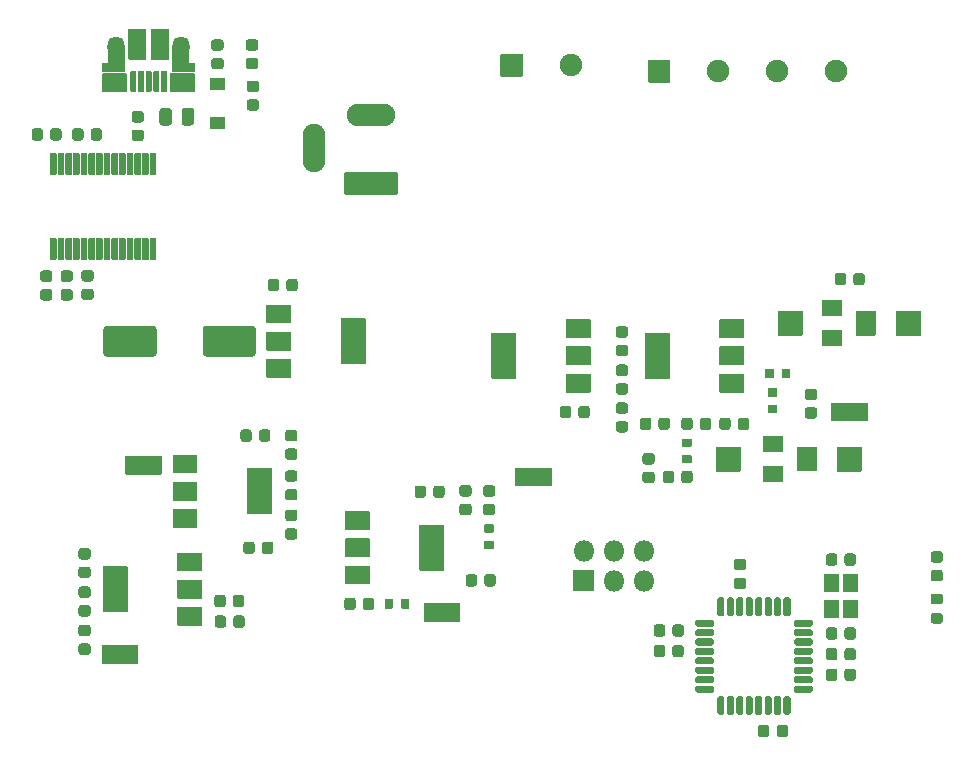
<source format=gbr>
%TF.GenerationSoftware,KiCad,Pcbnew,(5.1.12)-1*%
%TF.CreationDate,2022-10-31T13:17:17-07:00*%
%TF.ProjectId,MPS Tune-o-Matic,4d505320-5475-46e6-952d-6f2d4d617469,rev?*%
%TF.SameCoordinates,Original*%
%TF.FileFunction,Soldermask,Top*%
%TF.FilePolarity,Negative*%
%FSLAX46Y46*%
G04 Gerber Fmt 4.6, Leading zero omitted, Abs format (unit mm)*
G04 Created by KiCad (PCBNEW (5.1.12)-1) date 2022-10-31 13:17:17*
%MOMM*%
%LPD*%
G01*
G04 APERTURE LIST*
%ADD10C,1.900000*%
%ADD11O,1.900000X4.100000*%
%ADD12O,4.100000X1.900000*%
%ADD13O,1.200000X1.600000*%
%ADD14O,1.450000X1.800000*%
%ADD15O,1.800000X1.800000*%
G04 APERTURE END LIST*
%TO.C,R29*%
G36*
G01*
X129300000Y-65625000D02*
X128700000Y-65625000D01*
G75*
G02*
X128475000Y-65400000I0J225000D01*
G01*
X128475000Y-64950000D01*
G75*
G02*
X128700000Y-64725000I225000J0D01*
G01*
X129300000Y-64725000D01*
G75*
G02*
X129525000Y-64950000I0J-225000D01*
G01*
X129525000Y-65400000D01*
G75*
G02*
X129300000Y-65625000I-225000J0D01*
G01*
G37*
G36*
G01*
X129300000Y-67275000D02*
X128700000Y-67275000D01*
G75*
G02*
X128475000Y-67050000I0J225000D01*
G01*
X128475000Y-66600000D01*
G75*
G02*
X128700000Y-66375000I225000J0D01*
G01*
X129300000Y-66375000D01*
G75*
G02*
X129525000Y-66600000I0J-225000D01*
G01*
X129525000Y-67050000D01*
G75*
G02*
X129300000Y-67275000I-225000J0D01*
G01*
G37*
%TD*%
%TO.C,D8*%
G36*
G01*
X129281250Y-62112500D02*
X128718750Y-62112500D01*
G75*
G02*
X128475000Y-61868750I0J243750D01*
G01*
X128475000Y-61381250D01*
G75*
G02*
X128718750Y-61137500I243750J0D01*
G01*
X129281250Y-61137500D01*
G75*
G02*
X129525000Y-61381250I0J-243750D01*
G01*
X129525000Y-61868750D01*
G75*
G02*
X129281250Y-62112500I-243750J0D01*
G01*
G37*
G36*
G01*
X129281250Y-63687500D02*
X128718750Y-63687500D01*
G75*
G02*
X128475000Y-63443750I0J243750D01*
G01*
X128475000Y-62956250D01*
G75*
G02*
X128718750Y-62712500I243750J0D01*
G01*
X129281250Y-62712500D01*
G75*
G02*
X129525000Y-62956250I0J-243750D01*
G01*
X129525000Y-63443750D01*
G75*
G02*
X129281250Y-63687500I-243750J0D01*
G01*
G37*
%TD*%
%TO.C,J5*%
G36*
G01*
X92050000Y-20900000D02*
X92050000Y-19100000D01*
G75*
G02*
X92100000Y-19050000I50000J0D01*
G01*
X93900000Y-19050000D01*
G75*
G02*
X93950000Y-19100000I0J-50000D01*
G01*
X93950000Y-20900000D01*
G75*
G02*
X93900000Y-20950000I-50000J0D01*
G01*
X92100000Y-20950000D01*
G75*
G02*
X92050000Y-20900000I0J50000D01*
G01*
G37*
D10*
X98000000Y-20000000D03*
%TD*%
D11*
%TO.C,J4*%
X76300000Y-27000000D03*
D12*
X81100000Y-24200000D03*
G36*
G01*
X83350000Y-29100000D02*
X83350000Y-30900000D01*
G75*
G02*
X83300000Y-30950000I-50000J0D01*
G01*
X78900000Y-30950000D01*
G75*
G02*
X78850000Y-30900000I0J50000D01*
G01*
X78850000Y-29100000D01*
G75*
G02*
X78900000Y-29050000I50000J0D01*
G01*
X83300000Y-29050000D01*
G75*
G02*
X83350000Y-29100000I0J-50000D01*
G01*
G37*
%TD*%
%TO.C,J2*%
G36*
G01*
X104550000Y-21400000D02*
X104550000Y-19600000D01*
G75*
G02*
X104600000Y-19550000I50000J0D01*
G01*
X106400000Y-19550000D01*
G75*
G02*
X106450000Y-19600000I0J-50000D01*
G01*
X106450000Y-21400000D01*
G75*
G02*
X106400000Y-21450000I-50000J0D01*
G01*
X104600000Y-21450000D01*
G75*
G02*
X104550000Y-21400000I0J50000D01*
G01*
G37*
D10*
X110500000Y-20500000D03*
X115500000Y-20500000D03*
X120500000Y-20500000D03*
%TD*%
%TO.C,TP8*%
G36*
G01*
X125600000Y-40800000D02*
X127600000Y-40800000D01*
G75*
G02*
X127650000Y-40850000I0J-50000D01*
G01*
X127650000Y-42850000D01*
G75*
G02*
X127600000Y-42900000I-50000J0D01*
G01*
X125600000Y-42900000D01*
G75*
G02*
X125550000Y-42850000I0J50000D01*
G01*
X125550000Y-40850000D01*
G75*
G02*
X125600000Y-40800000I50000J0D01*
G01*
G37*
%TD*%
%TO.C,TP7*%
G36*
G01*
X117600000Y-42900000D02*
X115600000Y-42900000D01*
G75*
G02*
X115550000Y-42850000I0J50000D01*
G01*
X115550000Y-40850000D01*
G75*
G02*
X115600000Y-40800000I50000J0D01*
G01*
X117600000Y-40800000D01*
G75*
G02*
X117650000Y-40850000I0J-50000D01*
G01*
X117650000Y-42850000D01*
G75*
G02*
X117600000Y-42900000I-50000J0D01*
G01*
G37*
%TD*%
%TO.C,TP2*%
G36*
G01*
X122650000Y-52350000D02*
X122650000Y-54350000D01*
G75*
G02*
X122600000Y-54400000I-50000J0D01*
G01*
X120600000Y-54400000D01*
G75*
G02*
X120550000Y-54350000I0J50000D01*
G01*
X120550000Y-52350000D01*
G75*
G02*
X120600000Y-52300000I50000J0D01*
G01*
X122600000Y-52300000D01*
G75*
G02*
X122650000Y-52350000I0J-50000D01*
G01*
G37*
%TD*%
%TO.C,TP1*%
G36*
G01*
X112400000Y-52350000D02*
X112400000Y-54350000D01*
G75*
G02*
X112350000Y-54400000I-50000J0D01*
G01*
X110350000Y-54400000D01*
G75*
G02*
X110300000Y-54350000I0J50000D01*
G01*
X110300000Y-52350000D01*
G75*
G02*
X110350000Y-52300000I50000J0D01*
G01*
X112350000Y-52300000D01*
G75*
G02*
X112400000Y-52350000I0J-50000D01*
G01*
G37*
%TD*%
%TO.C,C1*%
G36*
G01*
X107587500Y-67568750D02*
X107587500Y-68131250D01*
G75*
G02*
X107343750Y-68375000I-243750J0D01*
G01*
X106856250Y-68375000D01*
G75*
G02*
X106612500Y-68131250I0J243750D01*
G01*
X106612500Y-67568750D01*
G75*
G02*
X106856250Y-67325000I243750J0D01*
G01*
X107343750Y-67325000D01*
G75*
G02*
X107587500Y-67568750I0J-243750D01*
G01*
G37*
G36*
G01*
X106012500Y-67568750D02*
X106012500Y-68131250D01*
G75*
G02*
X105768750Y-68375000I-243750J0D01*
G01*
X105281250Y-68375000D01*
G75*
G02*
X105037500Y-68131250I0J243750D01*
G01*
X105037500Y-67568750D01*
G75*
G02*
X105281250Y-67325000I243750J0D01*
G01*
X105768750Y-67325000D01*
G75*
G02*
X106012500Y-67568750I0J-243750D01*
G01*
G37*
%TD*%
%TO.C,C12*%
G36*
G01*
X70818750Y-21287500D02*
X71381250Y-21287500D01*
G75*
G02*
X71625000Y-21531250I0J-243750D01*
G01*
X71625000Y-22018750D01*
G75*
G02*
X71381250Y-22262500I-243750J0D01*
G01*
X70818750Y-22262500D01*
G75*
G02*
X70575000Y-22018750I0J243750D01*
G01*
X70575000Y-21531250D01*
G75*
G02*
X70818750Y-21287500I243750J0D01*
G01*
G37*
G36*
G01*
X70818750Y-22862500D02*
X71381250Y-22862500D01*
G75*
G02*
X71625000Y-23106250I0J-243750D01*
G01*
X71625000Y-23593750D01*
G75*
G02*
X71381250Y-23837500I-243750J0D01*
G01*
X70818750Y-23837500D01*
G75*
G02*
X70575000Y-23593750I0J243750D01*
G01*
X70575000Y-23106250D01*
G75*
G02*
X70818750Y-22862500I243750J0D01*
G01*
G37*
%TD*%
%TO.C,J3*%
G36*
G01*
X60250000Y-18415000D02*
X60250000Y-20415000D01*
G75*
G02*
X60200000Y-20465000I-50000J0D01*
G01*
X58850000Y-20465000D01*
G75*
G02*
X58800000Y-20415000I0J50000D01*
G01*
X58800000Y-18415000D01*
G75*
G02*
X58850000Y-18365000I50000J0D01*
G01*
X60200000Y-18365000D01*
G75*
G02*
X60250000Y-18415000I0J-50000D01*
G01*
G37*
G36*
G01*
X65730000Y-18415000D02*
X65730000Y-20415000D01*
G75*
G02*
X65680000Y-20465000I-50000J0D01*
G01*
X64330000Y-20465000D01*
G75*
G02*
X64280000Y-20415000I0J50000D01*
G01*
X64280000Y-18415000D01*
G75*
G02*
X64330000Y-18365000I50000J0D01*
G01*
X65680000Y-18365000D01*
G75*
G02*
X65730000Y-18415000I0J-50000D01*
G01*
G37*
G36*
G01*
X66187500Y-19815000D02*
X66187500Y-20515000D01*
G75*
G02*
X66137500Y-20565000I-50000J0D01*
G01*
X64312500Y-20565000D01*
G75*
G02*
X64262500Y-20515000I0J50000D01*
G01*
X64262500Y-19815000D01*
G75*
G02*
X64312500Y-19765000I50000J0D01*
G01*
X66137500Y-19765000D01*
G75*
G02*
X66187500Y-19815000I0J-50000D01*
G01*
G37*
G36*
G01*
X60237500Y-19815000D02*
X60237500Y-20515000D01*
G75*
G02*
X60187500Y-20565000I-50000J0D01*
G01*
X58362500Y-20565000D01*
G75*
G02*
X58312500Y-20515000I0J50000D01*
G01*
X58312500Y-19815000D01*
G75*
G02*
X58362500Y-19765000I50000J0D01*
G01*
X60187500Y-19765000D01*
G75*
G02*
X60237500Y-19815000I0J-50000D01*
G01*
G37*
G36*
G01*
X66175000Y-20715000D02*
X66175000Y-22215000D01*
G75*
G02*
X66125000Y-22265000I-50000J0D01*
G01*
X64125000Y-22265000D01*
G75*
G02*
X64075000Y-22215000I0J50000D01*
G01*
X64075000Y-20715000D01*
G75*
G02*
X64125000Y-20665000I50000J0D01*
G01*
X66125000Y-20665000D01*
G75*
G02*
X66175000Y-20715000I0J-50000D01*
G01*
G37*
G36*
G01*
X60425000Y-20735000D02*
X60425000Y-22235000D01*
G75*
G02*
X60375000Y-22285000I-50000J0D01*
G01*
X58375000Y-22285000D01*
G75*
G02*
X58325000Y-22235000I0J50000D01*
G01*
X58325000Y-20735000D01*
G75*
G02*
X58375000Y-20685000I50000J0D01*
G01*
X60375000Y-20685000D01*
G75*
G02*
X60425000Y-20735000I0J-50000D01*
G01*
G37*
G36*
G01*
X63375000Y-20490000D02*
X63775000Y-20490000D01*
G75*
G02*
X63825000Y-20540000I0J-50000D01*
G01*
X63825000Y-22190000D01*
G75*
G02*
X63775000Y-22240000I-50000J0D01*
G01*
X63375000Y-22240000D01*
G75*
G02*
X63325000Y-22190000I0J50000D01*
G01*
X63325000Y-20540000D01*
G75*
G02*
X63375000Y-20490000I50000J0D01*
G01*
G37*
G36*
G01*
X62725000Y-20490000D02*
X63125000Y-20490000D01*
G75*
G02*
X63175000Y-20540000I0J-50000D01*
G01*
X63175000Y-22190000D01*
G75*
G02*
X63125000Y-22240000I-50000J0D01*
G01*
X62725000Y-22240000D01*
G75*
G02*
X62675000Y-22190000I0J50000D01*
G01*
X62675000Y-20540000D01*
G75*
G02*
X62725000Y-20490000I50000J0D01*
G01*
G37*
G36*
G01*
X62075000Y-20490000D02*
X62475000Y-20490000D01*
G75*
G02*
X62525000Y-20540000I0J-50000D01*
G01*
X62525000Y-22190000D01*
G75*
G02*
X62475000Y-22240000I-50000J0D01*
G01*
X62075000Y-22240000D01*
G75*
G02*
X62025000Y-22190000I0J50000D01*
G01*
X62025000Y-20540000D01*
G75*
G02*
X62075000Y-20490000I50000J0D01*
G01*
G37*
G36*
G01*
X61425000Y-20490000D02*
X61825000Y-20490000D01*
G75*
G02*
X61875000Y-20540000I0J-50000D01*
G01*
X61875000Y-22190000D01*
G75*
G02*
X61825000Y-22240000I-50000J0D01*
G01*
X61425000Y-22240000D01*
G75*
G02*
X61375000Y-22190000I0J50000D01*
G01*
X61375000Y-20540000D01*
G75*
G02*
X61425000Y-20490000I50000J0D01*
G01*
G37*
G36*
G01*
X60775000Y-20490000D02*
X61175000Y-20490000D01*
G75*
G02*
X61225000Y-20540000I0J-50000D01*
G01*
X61225000Y-22190000D01*
G75*
G02*
X61175000Y-22240000I-50000J0D01*
G01*
X60775000Y-22240000D01*
G75*
G02*
X60725000Y-22190000I0J50000D01*
G01*
X60725000Y-20540000D01*
G75*
G02*
X60775000Y-20490000I50000J0D01*
G01*
G37*
D13*
X64695000Y-21485000D03*
X59855000Y-21485000D03*
D14*
X65005000Y-18485000D03*
X59545000Y-18485000D03*
G36*
G01*
X62520000Y-16915000D02*
X63950000Y-16915000D01*
G75*
G02*
X64000000Y-16965000I0J-50000D01*
G01*
X64000000Y-19465000D01*
G75*
G02*
X63950000Y-19515000I-50000J0D01*
G01*
X62520000Y-19515000D01*
G75*
G02*
X62470000Y-19465000I0J50000D01*
G01*
X62470000Y-16965000D01*
G75*
G02*
X62520000Y-16915000I50000J0D01*
G01*
G37*
G36*
G01*
X60600000Y-16915000D02*
X62030000Y-16915000D01*
G75*
G02*
X62080000Y-16965000I0J-50000D01*
G01*
X62080000Y-19465000D01*
G75*
G02*
X62030000Y-19515000I-50000J0D01*
G01*
X60600000Y-19515000D01*
G75*
G02*
X60550000Y-19465000I0J50000D01*
G01*
X60550000Y-16965000D01*
G75*
G02*
X60600000Y-16915000I50000J0D01*
G01*
G37*
%TD*%
%TO.C,Y1*%
G36*
G01*
X119500000Y-65300000D02*
X120700000Y-65300000D01*
G75*
G02*
X120750000Y-65350000I0J-50000D01*
G01*
X120750000Y-66750000D01*
G75*
G02*
X120700000Y-66800000I-50000J0D01*
G01*
X119500000Y-66800000D01*
G75*
G02*
X119450000Y-66750000I0J50000D01*
G01*
X119450000Y-65350000D01*
G75*
G02*
X119500000Y-65300000I50000J0D01*
G01*
G37*
G36*
G01*
X119500000Y-63100000D02*
X120700000Y-63100000D01*
G75*
G02*
X120750000Y-63150000I0J-50000D01*
G01*
X120750000Y-64550000D01*
G75*
G02*
X120700000Y-64600000I-50000J0D01*
G01*
X119500000Y-64600000D01*
G75*
G02*
X119450000Y-64550000I0J50000D01*
G01*
X119450000Y-63150000D01*
G75*
G02*
X119500000Y-63100000I50000J0D01*
G01*
G37*
G36*
G01*
X121100000Y-65300000D02*
X122300000Y-65300000D01*
G75*
G02*
X122350000Y-65350000I0J-50000D01*
G01*
X122350000Y-66750000D01*
G75*
G02*
X122300000Y-66800000I-50000J0D01*
G01*
X121100000Y-66800000D01*
G75*
G02*
X121050000Y-66750000I0J50000D01*
G01*
X121050000Y-65350000D01*
G75*
G02*
X121100000Y-65300000I50000J0D01*
G01*
G37*
G36*
G01*
X121100000Y-63100000D02*
X122300000Y-63100000D01*
G75*
G02*
X122350000Y-63150000I0J-50000D01*
G01*
X122350000Y-64550000D01*
G75*
G02*
X122300000Y-64600000I-50000J0D01*
G01*
X121100000Y-64600000D01*
G75*
G02*
X121050000Y-64550000I0J50000D01*
G01*
X121050000Y-63150000D01*
G75*
G02*
X121100000Y-63100000I50000J0D01*
G01*
G37*
%TD*%
%TO.C,U3*%
G36*
G01*
X78550000Y-45250000D02*
X78550000Y-41450000D01*
G75*
G02*
X78600000Y-41400000I50000J0D01*
G01*
X80600000Y-41400000D01*
G75*
G02*
X80650000Y-41450000I0J-50000D01*
G01*
X80650000Y-45250000D01*
G75*
G02*
X80600000Y-45300000I-50000J0D01*
G01*
X78600000Y-45300000D01*
G75*
G02*
X78550000Y-45250000I0J50000D01*
G01*
G37*
G36*
G01*
X72250000Y-44100000D02*
X72250000Y-42600000D01*
G75*
G02*
X72300000Y-42550000I50000J0D01*
G01*
X74300000Y-42550000D01*
G75*
G02*
X74350000Y-42600000I0J-50000D01*
G01*
X74350000Y-44100000D01*
G75*
G02*
X74300000Y-44150000I-50000J0D01*
G01*
X72300000Y-44150000D01*
G75*
G02*
X72250000Y-44100000I0J50000D01*
G01*
G37*
G36*
G01*
X72250000Y-46400000D02*
X72250000Y-44900000D01*
G75*
G02*
X72300000Y-44850000I50000J0D01*
G01*
X74300000Y-44850000D01*
G75*
G02*
X74350000Y-44900000I0J-50000D01*
G01*
X74350000Y-46400000D01*
G75*
G02*
X74300000Y-46450000I-50000J0D01*
G01*
X72300000Y-46450000D01*
G75*
G02*
X72250000Y-46400000I0J50000D01*
G01*
G37*
G36*
G01*
X72250000Y-41800000D02*
X72250000Y-40300000D01*
G75*
G02*
X72300000Y-40250000I50000J0D01*
G01*
X74300000Y-40250000D01*
G75*
G02*
X74350000Y-40300000I0J-50000D01*
G01*
X74350000Y-41800000D01*
G75*
G02*
X74300000Y-41850000I-50000J0D01*
G01*
X72300000Y-41850000D01*
G75*
G02*
X72250000Y-41800000I0J50000D01*
G01*
G37*
%TD*%
%TO.C,U2*%
G36*
G01*
X54425000Y-36475000D02*
X53975000Y-36475000D01*
G75*
G02*
X53925000Y-36425000I0J50000D01*
G01*
X53925000Y-34675000D01*
G75*
G02*
X53975000Y-34625000I50000J0D01*
G01*
X54425000Y-34625000D01*
G75*
G02*
X54475000Y-34675000I0J-50000D01*
G01*
X54475000Y-36425000D01*
G75*
G02*
X54425000Y-36475000I-50000J0D01*
G01*
G37*
G36*
G01*
X55075000Y-36475000D02*
X54625000Y-36475000D01*
G75*
G02*
X54575000Y-36425000I0J50000D01*
G01*
X54575000Y-34675000D01*
G75*
G02*
X54625000Y-34625000I50000J0D01*
G01*
X55075000Y-34625000D01*
G75*
G02*
X55125000Y-34675000I0J-50000D01*
G01*
X55125000Y-36425000D01*
G75*
G02*
X55075000Y-36475000I-50000J0D01*
G01*
G37*
G36*
G01*
X55725000Y-36475000D02*
X55275000Y-36475000D01*
G75*
G02*
X55225000Y-36425000I0J50000D01*
G01*
X55225000Y-34675000D01*
G75*
G02*
X55275000Y-34625000I50000J0D01*
G01*
X55725000Y-34625000D01*
G75*
G02*
X55775000Y-34675000I0J-50000D01*
G01*
X55775000Y-36425000D01*
G75*
G02*
X55725000Y-36475000I-50000J0D01*
G01*
G37*
G36*
G01*
X56375000Y-36475000D02*
X55925000Y-36475000D01*
G75*
G02*
X55875000Y-36425000I0J50000D01*
G01*
X55875000Y-34675000D01*
G75*
G02*
X55925000Y-34625000I50000J0D01*
G01*
X56375000Y-34625000D01*
G75*
G02*
X56425000Y-34675000I0J-50000D01*
G01*
X56425000Y-36425000D01*
G75*
G02*
X56375000Y-36475000I-50000J0D01*
G01*
G37*
G36*
G01*
X57025000Y-36475000D02*
X56575000Y-36475000D01*
G75*
G02*
X56525000Y-36425000I0J50000D01*
G01*
X56525000Y-34675000D01*
G75*
G02*
X56575000Y-34625000I50000J0D01*
G01*
X57025000Y-34625000D01*
G75*
G02*
X57075000Y-34675000I0J-50000D01*
G01*
X57075000Y-36425000D01*
G75*
G02*
X57025000Y-36475000I-50000J0D01*
G01*
G37*
G36*
G01*
X57675000Y-36475000D02*
X57225000Y-36475000D01*
G75*
G02*
X57175000Y-36425000I0J50000D01*
G01*
X57175000Y-34675000D01*
G75*
G02*
X57225000Y-34625000I50000J0D01*
G01*
X57675000Y-34625000D01*
G75*
G02*
X57725000Y-34675000I0J-50000D01*
G01*
X57725000Y-36425000D01*
G75*
G02*
X57675000Y-36475000I-50000J0D01*
G01*
G37*
G36*
G01*
X58325000Y-36475000D02*
X57875000Y-36475000D01*
G75*
G02*
X57825000Y-36425000I0J50000D01*
G01*
X57825000Y-34675000D01*
G75*
G02*
X57875000Y-34625000I50000J0D01*
G01*
X58325000Y-34625000D01*
G75*
G02*
X58375000Y-34675000I0J-50000D01*
G01*
X58375000Y-36425000D01*
G75*
G02*
X58325000Y-36475000I-50000J0D01*
G01*
G37*
G36*
G01*
X58975000Y-36475000D02*
X58525000Y-36475000D01*
G75*
G02*
X58475000Y-36425000I0J50000D01*
G01*
X58475000Y-34675000D01*
G75*
G02*
X58525000Y-34625000I50000J0D01*
G01*
X58975000Y-34625000D01*
G75*
G02*
X59025000Y-34675000I0J-50000D01*
G01*
X59025000Y-36425000D01*
G75*
G02*
X58975000Y-36475000I-50000J0D01*
G01*
G37*
G36*
G01*
X59625000Y-36475000D02*
X59175000Y-36475000D01*
G75*
G02*
X59125000Y-36425000I0J50000D01*
G01*
X59125000Y-34675000D01*
G75*
G02*
X59175000Y-34625000I50000J0D01*
G01*
X59625000Y-34625000D01*
G75*
G02*
X59675000Y-34675000I0J-50000D01*
G01*
X59675000Y-36425000D01*
G75*
G02*
X59625000Y-36475000I-50000J0D01*
G01*
G37*
G36*
G01*
X60275000Y-36475000D02*
X59825000Y-36475000D01*
G75*
G02*
X59775000Y-36425000I0J50000D01*
G01*
X59775000Y-34675000D01*
G75*
G02*
X59825000Y-34625000I50000J0D01*
G01*
X60275000Y-34625000D01*
G75*
G02*
X60325000Y-34675000I0J-50000D01*
G01*
X60325000Y-36425000D01*
G75*
G02*
X60275000Y-36475000I-50000J0D01*
G01*
G37*
G36*
G01*
X60925000Y-36475000D02*
X60475000Y-36475000D01*
G75*
G02*
X60425000Y-36425000I0J50000D01*
G01*
X60425000Y-34675000D01*
G75*
G02*
X60475000Y-34625000I50000J0D01*
G01*
X60925000Y-34625000D01*
G75*
G02*
X60975000Y-34675000I0J-50000D01*
G01*
X60975000Y-36425000D01*
G75*
G02*
X60925000Y-36475000I-50000J0D01*
G01*
G37*
G36*
G01*
X61575000Y-36475000D02*
X61125000Y-36475000D01*
G75*
G02*
X61075000Y-36425000I0J50000D01*
G01*
X61075000Y-34675000D01*
G75*
G02*
X61125000Y-34625000I50000J0D01*
G01*
X61575000Y-34625000D01*
G75*
G02*
X61625000Y-34675000I0J-50000D01*
G01*
X61625000Y-36425000D01*
G75*
G02*
X61575000Y-36475000I-50000J0D01*
G01*
G37*
G36*
G01*
X62225000Y-36475000D02*
X61775000Y-36475000D01*
G75*
G02*
X61725000Y-36425000I0J50000D01*
G01*
X61725000Y-34675000D01*
G75*
G02*
X61775000Y-34625000I50000J0D01*
G01*
X62225000Y-34625000D01*
G75*
G02*
X62275000Y-34675000I0J-50000D01*
G01*
X62275000Y-36425000D01*
G75*
G02*
X62225000Y-36475000I-50000J0D01*
G01*
G37*
G36*
G01*
X62875000Y-36475000D02*
X62425000Y-36475000D01*
G75*
G02*
X62375000Y-36425000I0J50000D01*
G01*
X62375000Y-34675000D01*
G75*
G02*
X62425000Y-34625000I50000J0D01*
G01*
X62875000Y-34625000D01*
G75*
G02*
X62925000Y-34675000I0J-50000D01*
G01*
X62925000Y-36425000D01*
G75*
G02*
X62875000Y-36475000I-50000J0D01*
G01*
G37*
G36*
G01*
X62875000Y-29275000D02*
X62425000Y-29275000D01*
G75*
G02*
X62375000Y-29225000I0J50000D01*
G01*
X62375000Y-27475000D01*
G75*
G02*
X62425000Y-27425000I50000J0D01*
G01*
X62875000Y-27425000D01*
G75*
G02*
X62925000Y-27475000I0J-50000D01*
G01*
X62925000Y-29225000D01*
G75*
G02*
X62875000Y-29275000I-50000J0D01*
G01*
G37*
G36*
G01*
X62225000Y-29275000D02*
X61775000Y-29275000D01*
G75*
G02*
X61725000Y-29225000I0J50000D01*
G01*
X61725000Y-27475000D01*
G75*
G02*
X61775000Y-27425000I50000J0D01*
G01*
X62225000Y-27425000D01*
G75*
G02*
X62275000Y-27475000I0J-50000D01*
G01*
X62275000Y-29225000D01*
G75*
G02*
X62225000Y-29275000I-50000J0D01*
G01*
G37*
G36*
G01*
X61575000Y-29275000D02*
X61125000Y-29275000D01*
G75*
G02*
X61075000Y-29225000I0J50000D01*
G01*
X61075000Y-27475000D01*
G75*
G02*
X61125000Y-27425000I50000J0D01*
G01*
X61575000Y-27425000D01*
G75*
G02*
X61625000Y-27475000I0J-50000D01*
G01*
X61625000Y-29225000D01*
G75*
G02*
X61575000Y-29275000I-50000J0D01*
G01*
G37*
G36*
G01*
X60925000Y-29275000D02*
X60475000Y-29275000D01*
G75*
G02*
X60425000Y-29225000I0J50000D01*
G01*
X60425000Y-27475000D01*
G75*
G02*
X60475000Y-27425000I50000J0D01*
G01*
X60925000Y-27425000D01*
G75*
G02*
X60975000Y-27475000I0J-50000D01*
G01*
X60975000Y-29225000D01*
G75*
G02*
X60925000Y-29275000I-50000J0D01*
G01*
G37*
G36*
G01*
X60275000Y-29275000D02*
X59825000Y-29275000D01*
G75*
G02*
X59775000Y-29225000I0J50000D01*
G01*
X59775000Y-27475000D01*
G75*
G02*
X59825000Y-27425000I50000J0D01*
G01*
X60275000Y-27425000D01*
G75*
G02*
X60325000Y-27475000I0J-50000D01*
G01*
X60325000Y-29225000D01*
G75*
G02*
X60275000Y-29275000I-50000J0D01*
G01*
G37*
G36*
G01*
X59625000Y-29275000D02*
X59175000Y-29275000D01*
G75*
G02*
X59125000Y-29225000I0J50000D01*
G01*
X59125000Y-27475000D01*
G75*
G02*
X59175000Y-27425000I50000J0D01*
G01*
X59625000Y-27425000D01*
G75*
G02*
X59675000Y-27475000I0J-50000D01*
G01*
X59675000Y-29225000D01*
G75*
G02*
X59625000Y-29275000I-50000J0D01*
G01*
G37*
G36*
G01*
X58975000Y-29275000D02*
X58525000Y-29275000D01*
G75*
G02*
X58475000Y-29225000I0J50000D01*
G01*
X58475000Y-27475000D01*
G75*
G02*
X58525000Y-27425000I50000J0D01*
G01*
X58975000Y-27425000D01*
G75*
G02*
X59025000Y-27475000I0J-50000D01*
G01*
X59025000Y-29225000D01*
G75*
G02*
X58975000Y-29275000I-50000J0D01*
G01*
G37*
G36*
G01*
X58325000Y-29275000D02*
X57875000Y-29275000D01*
G75*
G02*
X57825000Y-29225000I0J50000D01*
G01*
X57825000Y-27475000D01*
G75*
G02*
X57875000Y-27425000I50000J0D01*
G01*
X58325000Y-27425000D01*
G75*
G02*
X58375000Y-27475000I0J-50000D01*
G01*
X58375000Y-29225000D01*
G75*
G02*
X58325000Y-29275000I-50000J0D01*
G01*
G37*
G36*
G01*
X57675000Y-29275000D02*
X57225000Y-29275000D01*
G75*
G02*
X57175000Y-29225000I0J50000D01*
G01*
X57175000Y-27475000D01*
G75*
G02*
X57225000Y-27425000I50000J0D01*
G01*
X57675000Y-27425000D01*
G75*
G02*
X57725000Y-27475000I0J-50000D01*
G01*
X57725000Y-29225000D01*
G75*
G02*
X57675000Y-29275000I-50000J0D01*
G01*
G37*
G36*
G01*
X57025000Y-29275000D02*
X56575000Y-29275000D01*
G75*
G02*
X56525000Y-29225000I0J50000D01*
G01*
X56525000Y-27475000D01*
G75*
G02*
X56575000Y-27425000I50000J0D01*
G01*
X57025000Y-27425000D01*
G75*
G02*
X57075000Y-27475000I0J-50000D01*
G01*
X57075000Y-29225000D01*
G75*
G02*
X57025000Y-29275000I-50000J0D01*
G01*
G37*
G36*
G01*
X56375000Y-29275000D02*
X55925000Y-29275000D01*
G75*
G02*
X55875000Y-29225000I0J50000D01*
G01*
X55875000Y-27475000D01*
G75*
G02*
X55925000Y-27425000I50000J0D01*
G01*
X56375000Y-27425000D01*
G75*
G02*
X56425000Y-27475000I0J-50000D01*
G01*
X56425000Y-29225000D01*
G75*
G02*
X56375000Y-29275000I-50000J0D01*
G01*
G37*
G36*
G01*
X55725000Y-29275000D02*
X55275000Y-29275000D01*
G75*
G02*
X55225000Y-29225000I0J50000D01*
G01*
X55225000Y-27475000D01*
G75*
G02*
X55275000Y-27425000I50000J0D01*
G01*
X55725000Y-27425000D01*
G75*
G02*
X55775000Y-27475000I0J-50000D01*
G01*
X55775000Y-29225000D01*
G75*
G02*
X55725000Y-29275000I-50000J0D01*
G01*
G37*
G36*
G01*
X55075000Y-29275000D02*
X54625000Y-29275000D01*
G75*
G02*
X54575000Y-29225000I0J50000D01*
G01*
X54575000Y-27475000D01*
G75*
G02*
X54625000Y-27425000I50000J0D01*
G01*
X55075000Y-27425000D01*
G75*
G02*
X55125000Y-27475000I0J-50000D01*
G01*
X55125000Y-29225000D01*
G75*
G02*
X55075000Y-29275000I-50000J0D01*
G01*
G37*
G36*
G01*
X54425000Y-29275000D02*
X53975000Y-29275000D01*
G75*
G02*
X53925000Y-29225000I0J50000D01*
G01*
X53925000Y-27475000D01*
G75*
G02*
X53975000Y-27425000I50000J0D01*
G01*
X54425000Y-27425000D01*
G75*
G02*
X54475000Y-27475000I0J-50000D01*
G01*
X54475000Y-29225000D01*
G75*
G02*
X54425000Y-29275000I-50000J0D01*
G01*
G37*
%TD*%
%TO.C,U1*%
G36*
G01*
X118500000Y-72673400D02*
X118500000Y-72973400D01*
G75*
G02*
X118350000Y-73123400I-150000J0D01*
G01*
X117050000Y-73123400D01*
G75*
G02*
X116900000Y-72973400I0J150000D01*
G01*
X116900000Y-72673400D01*
G75*
G02*
X117050000Y-72523400I150000J0D01*
G01*
X118350000Y-72523400D01*
G75*
G02*
X118500000Y-72673400I0J-150000D01*
G01*
G37*
G36*
G01*
X118500000Y-71873400D02*
X118500000Y-72173400D01*
G75*
G02*
X118350000Y-72323400I-150000J0D01*
G01*
X117050000Y-72323400D01*
G75*
G02*
X116900000Y-72173400I0J150000D01*
G01*
X116900000Y-71873400D01*
G75*
G02*
X117050000Y-71723400I150000J0D01*
G01*
X118350000Y-71723400D01*
G75*
G02*
X118500000Y-71873400I0J-150000D01*
G01*
G37*
G36*
G01*
X118500000Y-71073400D02*
X118500000Y-71373400D01*
G75*
G02*
X118350000Y-71523400I-150000J0D01*
G01*
X117050000Y-71523400D01*
G75*
G02*
X116900000Y-71373400I0J150000D01*
G01*
X116900000Y-71073400D01*
G75*
G02*
X117050000Y-70923400I150000J0D01*
G01*
X118350000Y-70923400D01*
G75*
G02*
X118500000Y-71073400I0J-150000D01*
G01*
G37*
G36*
G01*
X118500000Y-70273400D02*
X118500000Y-70573400D01*
G75*
G02*
X118350000Y-70723400I-150000J0D01*
G01*
X117050000Y-70723400D01*
G75*
G02*
X116900000Y-70573400I0J150000D01*
G01*
X116900000Y-70273400D01*
G75*
G02*
X117050000Y-70123400I150000J0D01*
G01*
X118350000Y-70123400D01*
G75*
G02*
X118500000Y-70273400I0J-150000D01*
G01*
G37*
G36*
G01*
X118500000Y-69473400D02*
X118500000Y-69773400D01*
G75*
G02*
X118350000Y-69923400I-150000J0D01*
G01*
X117050000Y-69923400D01*
G75*
G02*
X116900000Y-69773400I0J150000D01*
G01*
X116900000Y-69473400D01*
G75*
G02*
X117050000Y-69323400I150000J0D01*
G01*
X118350000Y-69323400D01*
G75*
G02*
X118500000Y-69473400I0J-150000D01*
G01*
G37*
G36*
G01*
X118500000Y-68673400D02*
X118500000Y-68973400D01*
G75*
G02*
X118350000Y-69123400I-150000J0D01*
G01*
X117050000Y-69123400D01*
G75*
G02*
X116900000Y-68973400I0J150000D01*
G01*
X116900000Y-68673400D01*
G75*
G02*
X117050000Y-68523400I150000J0D01*
G01*
X118350000Y-68523400D01*
G75*
G02*
X118500000Y-68673400I0J-150000D01*
G01*
G37*
G36*
G01*
X118500000Y-67873400D02*
X118500000Y-68173400D01*
G75*
G02*
X118350000Y-68323400I-150000J0D01*
G01*
X117050000Y-68323400D01*
G75*
G02*
X116900000Y-68173400I0J150000D01*
G01*
X116900000Y-67873400D01*
G75*
G02*
X117050000Y-67723400I150000J0D01*
G01*
X118350000Y-67723400D01*
G75*
G02*
X118500000Y-67873400I0J-150000D01*
G01*
G37*
G36*
G01*
X118500000Y-67073400D02*
X118500000Y-67373400D01*
G75*
G02*
X118350000Y-67523400I-150000J0D01*
G01*
X117050000Y-67523400D01*
G75*
G02*
X116900000Y-67373400I0J150000D01*
G01*
X116900000Y-67073400D01*
G75*
G02*
X117050000Y-66923400I150000J0D01*
G01*
X118350000Y-66923400D01*
G75*
G02*
X118500000Y-67073400I0J-150000D01*
G01*
G37*
G36*
G01*
X116625000Y-65198400D02*
X116625000Y-66498400D01*
G75*
G02*
X116475000Y-66648400I-150000J0D01*
G01*
X116175000Y-66648400D01*
G75*
G02*
X116025000Y-66498400I0J150000D01*
G01*
X116025000Y-65198400D01*
G75*
G02*
X116175000Y-65048400I150000J0D01*
G01*
X116475000Y-65048400D01*
G75*
G02*
X116625000Y-65198400I0J-150000D01*
G01*
G37*
G36*
G01*
X115825000Y-65198400D02*
X115825000Y-66498400D01*
G75*
G02*
X115675000Y-66648400I-150000J0D01*
G01*
X115375000Y-66648400D01*
G75*
G02*
X115225000Y-66498400I0J150000D01*
G01*
X115225000Y-65198400D01*
G75*
G02*
X115375000Y-65048400I150000J0D01*
G01*
X115675000Y-65048400D01*
G75*
G02*
X115825000Y-65198400I0J-150000D01*
G01*
G37*
G36*
G01*
X115025000Y-65198400D02*
X115025000Y-66498400D01*
G75*
G02*
X114875000Y-66648400I-150000J0D01*
G01*
X114575000Y-66648400D01*
G75*
G02*
X114425000Y-66498400I0J150000D01*
G01*
X114425000Y-65198400D01*
G75*
G02*
X114575000Y-65048400I150000J0D01*
G01*
X114875000Y-65048400D01*
G75*
G02*
X115025000Y-65198400I0J-150000D01*
G01*
G37*
G36*
G01*
X114225000Y-65198400D02*
X114225000Y-66498400D01*
G75*
G02*
X114075000Y-66648400I-150000J0D01*
G01*
X113775000Y-66648400D01*
G75*
G02*
X113625000Y-66498400I0J150000D01*
G01*
X113625000Y-65198400D01*
G75*
G02*
X113775000Y-65048400I150000J0D01*
G01*
X114075000Y-65048400D01*
G75*
G02*
X114225000Y-65198400I0J-150000D01*
G01*
G37*
G36*
G01*
X113425000Y-65198400D02*
X113425000Y-66498400D01*
G75*
G02*
X113275000Y-66648400I-150000J0D01*
G01*
X112975000Y-66648400D01*
G75*
G02*
X112825000Y-66498400I0J150000D01*
G01*
X112825000Y-65198400D01*
G75*
G02*
X112975000Y-65048400I150000J0D01*
G01*
X113275000Y-65048400D01*
G75*
G02*
X113425000Y-65198400I0J-150000D01*
G01*
G37*
G36*
G01*
X112625000Y-65198400D02*
X112625000Y-66498400D01*
G75*
G02*
X112475000Y-66648400I-150000J0D01*
G01*
X112175000Y-66648400D01*
G75*
G02*
X112025000Y-66498400I0J150000D01*
G01*
X112025000Y-65198400D01*
G75*
G02*
X112175000Y-65048400I150000J0D01*
G01*
X112475000Y-65048400D01*
G75*
G02*
X112625000Y-65198400I0J-150000D01*
G01*
G37*
G36*
G01*
X111825000Y-65198400D02*
X111825000Y-66498400D01*
G75*
G02*
X111675000Y-66648400I-150000J0D01*
G01*
X111375000Y-66648400D01*
G75*
G02*
X111225000Y-66498400I0J150000D01*
G01*
X111225000Y-65198400D01*
G75*
G02*
X111375000Y-65048400I150000J0D01*
G01*
X111675000Y-65048400D01*
G75*
G02*
X111825000Y-65198400I0J-150000D01*
G01*
G37*
G36*
G01*
X111025000Y-65198400D02*
X111025000Y-66498400D01*
G75*
G02*
X110875000Y-66648400I-150000J0D01*
G01*
X110575000Y-66648400D01*
G75*
G02*
X110425000Y-66498400I0J150000D01*
G01*
X110425000Y-65198400D01*
G75*
G02*
X110575000Y-65048400I150000J0D01*
G01*
X110875000Y-65048400D01*
G75*
G02*
X111025000Y-65198400I0J-150000D01*
G01*
G37*
G36*
G01*
X110150000Y-67073400D02*
X110150000Y-67373400D01*
G75*
G02*
X110000000Y-67523400I-150000J0D01*
G01*
X108700000Y-67523400D01*
G75*
G02*
X108550000Y-67373400I0J150000D01*
G01*
X108550000Y-67073400D01*
G75*
G02*
X108700000Y-66923400I150000J0D01*
G01*
X110000000Y-66923400D01*
G75*
G02*
X110150000Y-67073400I0J-150000D01*
G01*
G37*
G36*
G01*
X110150000Y-67873400D02*
X110150000Y-68173400D01*
G75*
G02*
X110000000Y-68323400I-150000J0D01*
G01*
X108700000Y-68323400D01*
G75*
G02*
X108550000Y-68173400I0J150000D01*
G01*
X108550000Y-67873400D01*
G75*
G02*
X108700000Y-67723400I150000J0D01*
G01*
X110000000Y-67723400D01*
G75*
G02*
X110150000Y-67873400I0J-150000D01*
G01*
G37*
G36*
G01*
X110150000Y-68673400D02*
X110150000Y-68973400D01*
G75*
G02*
X110000000Y-69123400I-150000J0D01*
G01*
X108700000Y-69123400D01*
G75*
G02*
X108550000Y-68973400I0J150000D01*
G01*
X108550000Y-68673400D01*
G75*
G02*
X108700000Y-68523400I150000J0D01*
G01*
X110000000Y-68523400D01*
G75*
G02*
X110150000Y-68673400I0J-150000D01*
G01*
G37*
G36*
G01*
X110150000Y-69473400D02*
X110150000Y-69773400D01*
G75*
G02*
X110000000Y-69923400I-150000J0D01*
G01*
X108700000Y-69923400D01*
G75*
G02*
X108550000Y-69773400I0J150000D01*
G01*
X108550000Y-69473400D01*
G75*
G02*
X108700000Y-69323400I150000J0D01*
G01*
X110000000Y-69323400D01*
G75*
G02*
X110150000Y-69473400I0J-150000D01*
G01*
G37*
G36*
G01*
X110150000Y-70273400D02*
X110150000Y-70573400D01*
G75*
G02*
X110000000Y-70723400I-150000J0D01*
G01*
X108700000Y-70723400D01*
G75*
G02*
X108550000Y-70573400I0J150000D01*
G01*
X108550000Y-70273400D01*
G75*
G02*
X108700000Y-70123400I150000J0D01*
G01*
X110000000Y-70123400D01*
G75*
G02*
X110150000Y-70273400I0J-150000D01*
G01*
G37*
G36*
G01*
X110150000Y-71073400D02*
X110150000Y-71373400D01*
G75*
G02*
X110000000Y-71523400I-150000J0D01*
G01*
X108700000Y-71523400D01*
G75*
G02*
X108550000Y-71373400I0J150000D01*
G01*
X108550000Y-71073400D01*
G75*
G02*
X108700000Y-70923400I150000J0D01*
G01*
X110000000Y-70923400D01*
G75*
G02*
X110150000Y-71073400I0J-150000D01*
G01*
G37*
G36*
G01*
X110150000Y-71873400D02*
X110150000Y-72173400D01*
G75*
G02*
X110000000Y-72323400I-150000J0D01*
G01*
X108700000Y-72323400D01*
G75*
G02*
X108550000Y-72173400I0J150000D01*
G01*
X108550000Y-71873400D01*
G75*
G02*
X108700000Y-71723400I150000J0D01*
G01*
X110000000Y-71723400D01*
G75*
G02*
X110150000Y-71873400I0J-150000D01*
G01*
G37*
G36*
G01*
X110150000Y-72673400D02*
X110150000Y-72973400D01*
G75*
G02*
X110000000Y-73123400I-150000J0D01*
G01*
X108700000Y-73123400D01*
G75*
G02*
X108550000Y-72973400I0J150000D01*
G01*
X108550000Y-72673400D01*
G75*
G02*
X108700000Y-72523400I150000J0D01*
G01*
X110000000Y-72523400D01*
G75*
G02*
X110150000Y-72673400I0J-150000D01*
G01*
G37*
G36*
G01*
X111025000Y-73548400D02*
X111025000Y-74848400D01*
G75*
G02*
X110875000Y-74998400I-150000J0D01*
G01*
X110575000Y-74998400D01*
G75*
G02*
X110425000Y-74848400I0J150000D01*
G01*
X110425000Y-73548400D01*
G75*
G02*
X110575000Y-73398400I150000J0D01*
G01*
X110875000Y-73398400D01*
G75*
G02*
X111025000Y-73548400I0J-150000D01*
G01*
G37*
G36*
G01*
X111825000Y-73548400D02*
X111825000Y-74848400D01*
G75*
G02*
X111675000Y-74998400I-150000J0D01*
G01*
X111375000Y-74998400D01*
G75*
G02*
X111225000Y-74848400I0J150000D01*
G01*
X111225000Y-73548400D01*
G75*
G02*
X111375000Y-73398400I150000J0D01*
G01*
X111675000Y-73398400D01*
G75*
G02*
X111825000Y-73548400I0J-150000D01*
G01*
G37*
G36*
G01*
X112625000Y-73548400D02*
X112625000Y-74848400D01*
G75*
G02*
X112475000Y-74998400I-150000J0D01*
G01*
X112175000Y-74998400D01*
G75*
G02*
X112025000Y-74848400I0J150000D01*
G01*
X112025000Y-73548400D01*
G75*
G02*
X112175000Y-73398400I150000J0D01*
G01*
X112475000Y-73398400D01*
G75*
G02*
X112625000Y-73548400I0J-150000D01*
G01*
G37*
G36*
G01*
X113425000Y-73548400D02*
X113425000Y-74848400D01*
G75*
G02*
X113275000Y-74998400I-150000J0D01*
G01*
X112975000Y-74998400D01*
G75*
G02*
X112825000Y-74848400I0J150000D01*
G01*
X112825000Y-73548400D01*
G75*
G02*
X112975000Y-73398400I150000J0D01*
G01*
X113275000Y-73398400D01*
G75*
G02*
X113425000Y-73548400I0J-150000D01*
G01*
G37*
G36*
G01*
X114225000Y-73548400D02*
X114225000Y-74848400D01*
G75*
G02*
X114075000Y-74998400I-150000J0D01*
G01*
X113775000Y-74998400D01*
G75*
G02*
X113625000Y-74848400I0J150000D01*
G01*
X113625000Y-73548400D01*
G75*
G02*
X113775000Y-73398400I150000J0D01*
G01*
X114075000Y-73398400D01*
G75*
G02*
X114225000Y-73548400I0J-150000D01*
G01*
G37*
G36*
G01*
X115025000Y-73548400D02*
X115025000Y-74848400D01*
G75*
G02*
X114875000Y-74998400I-150000J0D01*
G01*
X114575000Y-74998400D01*
G75*
G02*
X114425000Y-74848400I0J150000D01*
G01*
X114425000Y-73548400D01*
G75*
G02*
X114575000Y-73398400I150000J0D01*
G01*
X114875000Y-73398400D01*
G75*
G02*
X115025000Y-73548400I0J-150000D01*
G01*
G37*
G36*
G01*
X115825000Y-73548400D02*
X115825000Y-74848400D01*
G75*
G02*
X115675000Y-74998400I-150000J0D01*
G01*
X115375000Y-74998400D01*
G75*
G02*
X115225000Y-74848400I0J150000D01*
G01*
X115225000Y-73548400D01*
G75*
G02*
X115375000Y-73398400I150000J0D01*
G01*
X115675000Y-73398400D01*
G75*
G02*
X115825000Y-73548400I0J-150000D01*
G01*
G37*
G36*
G01*
X116625000Y-73548400D02*
X116625000Y-74848400D01*
G75*
G02*
X116475000Y-74998400I-150000J0D01*
G01*
X116175000Y-74998400D01*
G75*
G02*
X116025000Y-74848400I0J150000D01*
G01*
X116025000Y-73548400D01*
G75*
G02*
X116175000Y-73398400I150000J0D01*
G01*
X116475000Y-73398400D01*
G75*
G02*
X116625000Y-73548400I0J-150000D01*
G01*
G37*
%TD*%
%TO.C,TP6*%
G36*
G01*
X85550000Y-67100000D02*
X85550000Y-65600000D01*
G75*
G02*
X85600000Y-65550000I50000J0D01*
G01*
X88600000Y-65550000D01*
G75*
G02*
X88650000Y-65600000I0J-50000D01*
G01*
X88650000Y-67100000D01*
G75*
G02*
X88600000Y-67150000I-50000J0D01*
G01*
X85600000Y-67150000D01*
G75*
G02*
X85550000Y-67100000I0J50000D01*
G01*
G37*
%TD*%
%TO.C,TP3*%
G36*
G01*
X60300000Y-54600000D02*
X60300000Y-53100000D01*
G75*
G02*
X60350000Y-53050000I50000J0D01*
G01*
X63350000Y-53050000D01*
G75*
G02*
X63400000Y-53100000I0J-50000D01*
G01*
X63400000Y-54600000D01*
G75*
G02*
X63350000Y-54650000I-50000J0D01*
G01*
X60350000Y-54650000D01*
G75*
G02*
X60300000Y-54600000I0J50000D01*
G01*
G37*
%TD*%
%TO.C,TP5*%
G36*
G01*
X93300000Y-55600000D02*
X93300000Y-54100000D01*
G75*
G02*
X93350000Y-54050000I50000J0D01*
G01*
X96350000Y-54050000D01*
G75*
G02*
X96400000Y-54100000I0J-50000D01*
G01*
X96400000Y-55600000D01*
G75*
G02*
X96350000Y-55650000I-50000J0D01*
G01*
X93350000Y-55650000D01*
G75*
G02*
X93300000Y-55600000I0J50000D01*
G01*
G37*
%TD*%
%TO.C,TP9*%
G36*
G01*
X58300000Y-70600000D02*
X58300000Y-69100000D01*
G75*
G02*
X58350000Y-69050000I50000J0D01*
G01*
X61350000Y-69050000D01*
G75*
G02*
X61400000Y-69100000I0J-50000D01*
G01*
X61400000Y-70600000D01*
G75*
G02*
X61350000Y-70650000I-50000J0D01*
G01*
X58350000Y-70650000D01*
G75*
G02*
X58300000Y-70600000I0J50000D01*
G01*
G37*
%TD*%
%TO.C,TP4*%
G36*
G01*
X123150000Y-48600000D02*
X123150000Y-50100000D01*
G75*
G02*
X123100000Y-50150000I-50000J0D01*
G01*
X120100000Y-50150000D01*
G75*
G02*
X120050000Y-50100000I0J50000D01*
G01*
X120050000Y-48600000D01*
G75*
G02*
X120100000Y-48550000I50000J0D01*
G01*
X123100000Y-48550000D01*
G75*
G02*
X123150000Y-48600000I0J-50000D01*
G01*
G37*
%TD*%
%TO.C,RV2*%
G36*
G01*
X122200000Y-40780000D02*
X123800000Y-40780000D01*
G75*
G02*
X123850000Y-40830000I0J-50000D01*
G01*
X123850000Y-42830000D01*
G75*
G02*
X123800000Y-42880000I-50000J0D01*
G01*
X122200000Y-42880000D01*
G75*
G02*
X122150000Y-42830000I0J50000D01*
G01*
X122150000Y-40830000D01*
G75*
G02*
X122200000Y-40780000I50000J0D01*
G01*
G37*
G36*
G01*
X119300000Y-39860000D02*
X120900000Y-39860000D01*
G75*
G02*
X120950000Y-39910000I0J-50000D01*
G01*
X120950000Y-41210000D01*
G75*
G02*
X120900000Y-41260000I-50000J0D01*
G01*
X119300000Y-41260000D01*
G75*
G02*
X119250000Y-41210000I0J50000D01*
G01*
X119250000Y-39910000D01*
G75*
G02*
X119300000Y-39860000I50000J0D01*
G01*
G37*
G36*
G01*
X119300000Y-42400000D02*
X120900000Y-42400000D01*
G75*
G02*
X120950000Y-42450000I0J-50000D01*
G01*
X120950000Y-43750000D01*
G75*
G02*
X120900000Y-43800000I-50000J0D01*
G01*
X119300000Y-43800000D01*
G75*
G02*
X119250000Y-43750000I0J50000D01*
G01*
X119250000Y-42450000D01*
G75*
G02*
X119300000Y-42400000I50000J0D01*
G01*
G37*
%TD*%
%TO.C,RV1*%
G36*
G01*
X114300000Y-53900000D02*
X115900000Y-53900000D01*
G75*
G02*
X115950000Y-53950000I0J-50000D01*
G01*
X115950000Y-55250000D01*
G75*
G02*
X115900000Y-55300000I-50000J0D01*
G01*
X114300000Y-55300000D01*
G75*
G02*
X114250000Y-55250000I0J50000D01*
G01*
X114250000Y-53950000D01*
G75*
G02*
X114300000Y-53900000I50000J0D01*
G01*
G37*
G36*
G01*
X114300000Y-51360000D02*
X115900000Y-51360000D01*
G75*
G02*
X115950000Y-51410000I0J-50000D01*
G01*
X115950000Y-52710000D01*
G75*
G02*
X115900000Y-52760000I-50000J0D01*
G01*
X114300000Y-52760000D01*
G75*
G02*
X114250000Y-52710000I0J50000D01*
G01*
X114250000Y-51410000D01*
G75*
G02*
X114300000Y-51360000I50000J0D01*
G01*
G37*
G36*
G01*
X117200000Y-52280000D02*
X118800000Y-52280000D01*
G75*
G02*
X118850000Y-52330000I0J-50000D01*
G01*
X118850000Y-54330000D01*
G75*
G02*
X118800000Y-54380000I-50000J0D01*
G01*
X117200000Y-54380000D01*
G75*
G02*
X117150000Y-54330000I0J50000D01*
G01*
X117150000Y-52330000D01*
G75*
G02*
X117200000Y-52280000I50000J0D01*
G01*
G37*
%TD*%
%TO.C,R28*%
G36*
G01*
X57131250Y-69912500D02*
X56568750Y-69912500D01*
G75*
G02*
X56325000Y-69668750I0J243750D01*
G01*
X56325000Y-69181250D01*
G75*
G02*
X56568750Y-68937500I243750J0D01*
G01*
X57131250Y-68937500D01*
G75*
G02*
X57375000Y-69181250I0J-243750D01*
G01*
X57375000Y-69668750D01*
G75*
G02*
X57131250Y-69912500I-243750J0D01*
G01*
G37*
G36*
G01*
X57131250Y-68337500D02*
X56568750Y-68337500D01*
G75*
G02*
X56325000Y-68093750I0J243750D01*
G01*
X56325000Y-67606250D01*
G75*
G02*
X56568750Y-67362500I243750J0D01*
G01*
X57131250Y-67362500D01*
G75*
G02*
X57375000Y-67606250I0J-243750D01*
G01*
X57375000Y-68093750D01*
G75*
G02*
X57131250Y-68337500I-243750J0D01*
G01*
G37*
%TD*%
%TO.C,R27*%
G36*
G01*
X57131250Y-66662500D02*
X56568750Y-66662500D01*
G75*
G02*
X56325000Y-66418750I0J243750D01*
G01*
X56325000Y-65931250D01*
G75*
G02*
X56568750Y-65687500I243750J0D01*
G01*
X57131250Y-65687500D01*
G75*
G02*
X57375000Y-65931250I0J-243750D01*
G01*
X57375000Y-66418750D01*
G75*
G02*
X57131250Y-66662500I-243750J0D01*
G01*
G37*
G36*
G01*
X57131250Y-65087500D02*
X56568750Y-65087500D01*
G75*
G02*
X56325000Y-64843750I0J243750D01*
G01*
X56325000Y-64356250D01*
G75*
G02*
X56568750Y-64112500I243750J0D01*
G01*
X57131250Y-64112500D01*
G75*
G02*
X57375000Y-64356250I0J-243750D01*
G01*
X57375000Y-64843750D01*
G75*
G02*
X57131250Y-65087500I-243750J0D01*
G01*
G37*
%TD*%
%TO.C,R26*%
G36*
G01*
X57131250Y-63412500D02*
X56568750Y-63412500D01*
G75*
G02*
X56325000Y-63168750I0J243750D01*
G01*
X56325000Y-62681250D01*
G75*
G02*
X56568750Y-62437500I243750J0D01*
G01*
X57131250Y-62437500D01*
G75*
G02*
X57375000Y-62681250I0J-243750D01*
G01*
X57375000Y-63168750D01*
G75*
G02*
X57131250Y-63412500I-243750J0D01*
G01*
G37*
G36*
G01*
X57131250Y-61837500D02*
X56568750Y-61837500D01*
G75*
G02*
X56325000Y-61593750I0J243750D01*
G01*
X56325000Y-61106250D01*
G75*
G02*
X56568750Y-60862500I243750J0D01*
G01*
X57131250Y-60862500D01*
G75*
G02*
X57375000Y-61106250I0J-243750D01*
G01*
X57375000Y-61593750D01*
G75*
G02*
X57131250Y-61837500I-243750J0D01*
G01*
G37*
%TD*%
%TO.C,R25*%
G36*
G01*
X67825000Y-65631250D02*
X67825000Y-65068750D01*
G75*
G02*
X68068750Y-64825000I243750J0D01*
G01*
X68556250Y-64825000D01*
G75*
G02*
X68800000Y-65068750I0J-243750D01*
G01*
X68800000Y-65631250D01*
G75*
G02*
X68556250Y-65875000I-243750J0D01*
G01*
X68068750Y-65875000D01*
G75*
G02*
X67825000Y-65631250I0J243750D01*
G01*
G37*
G36*
G01*
X69400000Y-65631250D02*
X69400000Y-65068750D01*
G75*
G02*
X69643750Y-64825000I243750J0D01*
G01*
X70131250Y-64825000D01*
G75*
G02*
X70375000Y-65068750I0J-243750D01*
G01*
X70375000Y-65631250D01*
G75*
G02*
X70131250Y-65875000I-243750J0D01*
G01*
X69643750Y-65875000D01*
G75*
G02*
X69400000Y-65631250I0J243750D01*
G01*
G37*
%TD*%
%TO.C,R23*%
G36*
G01*
X70412500Y-66818750D02*
X70412500Y-67381250D01*
G75*
G02*
X70168750Y-67625000I-243750J0D01*
G01*
X69681250Y-67625000D01*
G75*
G02*
X69437500Y-67381250I0J243750D01*
G01*
X69437500Y-66818750D01*
G75*
G02*
X69681250Y-66575000I243750J0D01*
G01*
X70168750Y-66575000D01*
G75*
G02*
X70412500Y-66818750I0J-243750D01*
G01*
G37*
G36*
G01*
X68837500Y-66818750D02*
X68837500Y-67381250D01*
G75*
G02*
X68593750Y-67625000I-243750J0D01*
G01*
X68106250Y-67625000D01*
G75*
G02*
X67862500Y-67381250I0J243750D01*
G01*
X67862500Y-66818750D01*
G75*
G02*
X68106250Y-66575000I243750J0D01*
G01*
X68593750Y-66575000D01*
G75*
G02*
X68837500Y-66818750I0J-243750D01*
G01*
G37*
%TD*%
%TO.C,R24*%
G36*
G01*
X120362500Y-38381250D02*
X120362500Y-37818750D01*
G75*
G02*
X120606250Y-37575000I243750J0D01*
G01*
X121093750Y-37575000D01*
G75*
G02*
X121337500Y-37818750I0J-243750D01*
G01*
X121337500Y-38381250D01*
G75*
G02*
X121093750Y-38625000I-243750J0D01*
G01*
X120606250Y-38625000D01*
G75*
G02*
X120362500Y-38381250I0J243750D01*
G01*
G37*
G36*
G01*
X121937500Y-38381250D02*
X121937500Y-37818750D01*
G75*
G02*
X122181250Y-37575000I243750J0D01*
G01*
X122668750Y-37575000D01*
G75*
G02*
X122912500Y-37818750I0J-243750D01*
G01*
X122912500Y-38381250D01*
G75*
G02*
X122668750Y-38625000I-243750J0D01*
G01*
X122181250Y-38625000D01*
G75*
G02*
X121937500Y-38381250I0J243750D01*
G01*
G37*
%TD*%
%TO.C,R22*%
G36*
G01*
X98650000Y-49631250D02*
X98650000Y-49068750D01*
G75*
G02*
X98893750Y-48825000I243750J0D01*
G01*
X99381250Y-48825000D01*
G75*
G02*
X99625000Y-49068750I0J-243750D01*
G01*
X99625000Y-49631250D01*
G75*
G02*
X99381250Y-49875000I-243750J0D01*
G01*
X98893750Y-49875000D01*
G75*
G02*
X98650000Y-49631250I0J243750D01*
G01*
G37*
G36*
G01*
X97075000Y-49631250D02*
X97075000Y-49068750D01*
G75*
G02*
X97318750Y-48825000I243750J0D01*
G01*
X97806250Y-48825000D01*
G75*
G02*
X98050000Y-49068750I0J-243750D01*
G01*
X98050000Y-49631250D01*
G75*
G02*
X97806250Y-49875000I-243750J0D01*
G01*
X97318750Y-49875000D01*
G75*
G02*
X97075000Y-49631250I0J243750D01*
G01*
G37*
%TD*%
%TO.C,R21*%
G36*
G01*
X91662500Y-63318750D02*
X91662500Y-63881250D01*
G75*
G02*
X91418750Y-64125000I-243750J0D01*
G01*
X90931250Y-64125000D01*
G75*
G02*
X90687500Y-63881250I0J243750D01*
G01*
X90687500Y-63318750D01*
G75*
G02*
X90931250Y-63075000I243750J0D01*
G01*
X91418750Y-63075000D01*
G75*
G02*
X91662500Y-63318750I0J-243750D01*
G01*
G37*
G36*
G01*
X90087500Y-63318750D02*
X90087500Y-63881250D01*
G75*
G02*
X89843750Y-64125000I-243750J0D01*
G01*
X89356250Y-64125000D01*
G75*
G02*
X89112500Y-63881250I0J243750D01*
G01*
X89112500Y-63318750D01*
G75*
G02*
X89356250Y-63075000I243750J0D01*
G01*
X89843750Y-63075000D01*
G75*
G02*
X90087500Y-63318750I0J-243750D01*
G01*
G37*
%TD*%
%TO.C,R20*%
G36*
G01*
X90818750Y-55537500D02*
X91381250Y-55537500D01*
G75*
G02*
X91625000Y-55781250I0J-243750D01*
G01*
X91625000Y-56268750D01*
G75*
G02*
X91381250Y-56512500I-243750J0D01*
G01*
X90818750Y-56512500D01*
G75*
G02*
X90575000Y-56268750I0J243750D01*
G01*
X90575000Y-55781250D01*
G75*
G02*
X90818750Y-55537500I243750J0D01*
G01*
G37*
G36*
G01*
X90818750Y-57112500D02*
X91381250Y-57112500D01*
G75*
G02*
X91625000Y-57356250I0J-243750D01*
G01*
X91625000Y-57843750D01*
G75*
G02*
X91381250Y-58087500I-243750J0D01*
G01*
X90818750Y-58087500D01*
G75*
G02*
X90575000Y-57843750I0J243750D01*
G01*
X90575000Y-57356250D01*
G75*
G02*
X90818750Y-57112500I243750J0D01*
G01*
G37*
%TD*%
%TO.C,R19*%
G36*
G01*
X88818750Y-55537500D02*
X89381250Y-55537500D01*
G75*
G02*
X89625000Y-55781250I0J-243750D01*
G01*
X89625000Y-56268750D01*
G75*
G02*
X89381250Y-56512500I-243750J0D01*
G01*
X88818750Y-56512500D01*
G75*
G02*
X88575000Y-56268750I0J243750D01*
G01*
X88575000Y-55781250D01*
G75*
G02*
X88818750Y-55537500I243750J0D01*
G01*
G37*
G36*
G01*
X88818750Y-57112500D02*
X89381250Y-57112500D01*
G75*
G02*
X89625000Y-57356250I0J-243750D01*
G01*
X89625000Y-57843750D01*
G75*
G02*
X89381250Y-58087500I-243750J0D01*
G01*
X88818750Y-58087500D01*
G75*
G02*
X88575000Y-57843750I0J243750D01*
G01*
X88575000Y-57356250D01*
G75*
G02*
X88818750Y-57112500I243750J0D01*
G01*
G37*
%TD*%
%TO.C,R18*%
G36*
G01*
X102631250Y-43050000D02*
X102068750Y-43050000D01*
G75*
G02*
X101825000Y-42806250I0J243750D01*
G01*
X101825000Y-42318750D01*
G75*
G02*
X102068750Y-42075000I243750J0D01*
G01*
X102631250Y-42075000D01*
G75*
G02*
X102875000Y-42318750I0J-243750D01*
G01*
X102875000Y-42806250D01*
G75*
G02*
X102631250Y-43050000I-243750J0D01*
G01*
G37*
G36*
G01*
X102631250Y-44625000D02*
X102068750Y-44625000D01*
G75*
G02*
X101825000Y-44381250I0J243750D01*
G01*
X101825000Y-43893750D01*
G75*
G02*
X102068750Y-43650000I243750J0D01*
G01*
X102631250Y-43650000D01*
G75*
G02*
X102875000Y-43893750I0J-243750D01*
G01*
X102875000Y-44381250D01*
G75*
G02*
X102631250Y-44625000I-243750J0D01*
G01*
G37*
%TD*%
%TO.C,R17*%
G36*
G01*
X102631250Y-46300000D02*
X102068750Y-46300000D01*
G75*
G02*
X101825000Y-46056250I0J243750D01*
G01*
X101825000Y-45568750D01*
G75*
G02*
X102068750Y-45325000I243750J0D01*
G01*
X102631250Y-45325000D01*
G75*
G02*
X102875000Y-45568750I0J-243750D01*
G01*
X102875000Y-46056250D01*
G75*
G02*
X102631250Y-46300000I-243750J0D01*
G01*
G37*
G36*
G01*
X102631250Y-47875000D02*
X102068750Y-47875000D01*
G75*
G02*
X101825000Y-47631250I0J243750D01*
G01*
X101825000Y-47143750D01*
G75*
G02*
X102068750Y-46900000I243750J0D01*
G01*
X102631250Y-46900000D01*
G75*
G02*
X102875000Y-47143750I0J-243750D01*
G01*
X102875000Y-47631250D01*
G75*
G02*
X102631250Y-47875000I-243750J0D01*
G01*
G37*
%TD*%
%TO.C,R16*%
G36*
G01*
X104837500Y-50068750D02*
X104837500Y-50631250D01*
G75*
G02*
X104593750Y-50875000I-243750J0D01*
G01*
X104106250Y-50875000D01*
G75*
G02*
X103862500Y-50631250I0J243750D01*
G01*
X103862500Y-50068750D01*
G75*
G02*
X104106250Y-49825000I243750J0D01*
G01*
X104593750Y-49825000D01*
G75*
G02*
X104837500Y-50068750I0J-243750D01*
G01*
G37*
G36*
G01*
X106412500Y-50068750D02*
X106412500Y-50631250D01*
G75*
G02*
X106168750Y-50875000I-243750J0D01*
G01*
X105681250Y-50875000D01*
G75*
G02*
X105437500Y-50631250I0J243750D01*
G01*
X105437500Y-50068750D01*
G75*
G02*
X105681250Y-49825000I243750J0D01*
G01*
X106168750Y-49825000D01*
G75*
G02*
X106412500Y-50068750I0J-243750D01*
G01*
G37*
%TD*%
%TO.C,R15*%
G36*
G01*
X70287500Y-61131250D02*
X70287500Y-60568750D01*
G75*
G02*
X70531250Y-60325000I243750J0D01*
G01*
X71018750Y-60325000D01*
G75*
G02*
X71262500Y-60568750I0J-243750D01*
G01*
X71262500Y-61131250D01*
G75*
G02*
X71018750Y-61375000I-243750J0D01*
G01*
X70531250Y-61375000D01*
G75*
G02*
X70287500Y-61131250I0J243750D01*
G01*
G37*
G36*
G01*
X71862500Y-61131250D02*
X71862500Y-60568750D01*
G75*
G02*
X72106250Y-60325000I243750J0D01*
G01*
X72593750Y-60325000D01*
G75*
G02*
X72837500Y-60568750I0J-243750D01*
G01*
X72837500Y-61131250D01*
G75*
G02*
X72593750Y-61375000I-243750J0D01*
G01*
X72106250Y-61375000D01*
G75*
G02*
X71862500Y-61131250I0J243750D01*
G01*
G37*
%TD*%
%TO.C,R14*%
G36*
G01*
X78825000Y-65881250D02*
X78825000Y-65318750D01*
G75*
G02*
X79068750Y-65075000I243750J0D01*
G01*
X79556250Y-65075000D01*
G75*
G02*
X79800000Y-65318750I0J-243750D01*
G01*
X79800000Y-65881250D01*
G75*
G02*
X79556250Y-66125000I-243750J0D01*
G01*
X79068750Y-66125000D01*
G75*
G02*
X78825000Y-65881250I0J243750D01*
G01*
G37*
G36*
G01*
X80400000Y-65881250D02*
X80400000Y-65318750D01*
G75*
G02*
X80643750Y-65075000I243750J0D01*
G01*
X81131250Y-65075000D01*
G75*
G02*
X81375000Y-65318750I0J-243750D01*
G01*
X81375000Y-65881250D01*
G75*
G02*
X81131250Y-66125000I-243750J0D01*
G01*
X80643750Y-66125000D01*
G75*
G02*
X80400000Y-65881250I0J243750D01*
G01*
G37*
%TD*%
%TO.C,R13*%
G36*
G01*
X118631250Y-48337500D02*
X118068750Y-48337500D01*
G75*
G02*
X117825000Y-48093750I0J243750D01*
G01*
X117825000Y-47606250D01*
G75*
G02*
X118068750Y-47362500I243750J0D01*
G01*
X118631250Y-47362500D01*
G75*
G02*
X118875000Y-47606250I0J-243750D01*
G01*
X118875000Y-48093750D01*
G75*
G02*
X118631250Y-48337500I-243750J0D01*
G01*
G37*
G36*
G01*
X118631250Y-49912500D02*
X118068750Y-49912500D01*
G75*
G02*
X117825000Y-49668750I0J243750D01*
G01*
X117825000Y-49181250D01*
G75*
G02*
X118068750Y-48937500I243750J0D01*
G01*
X118631250Y-48937500D01*
G75*
G02*
X118875000Y-49181250I0J-243750D01*
G01*
X118875000Y-49668750D01*
G75*
G02*
X118631250Y-49912500I-243750J0D01*
G01*
G37*
%TD*%
%TO.C,R12*%
G36*
G01*
X104881250Y-53800000D02*
X104318750Y-53800000D01*
G75*
G02*
X104075000Y-53556250I0J243750D01*
G01*
X104075000Y-53068750D01*
G75*
G02*
X104318750Y-52825000I243750J0D01*
G01*
X104881250Y-52825000D01*
G75*
G02*
X105125000Y-53068750I0J-243750D01*
G01*
X105125000Y-53556250D01*
G75*
G02*
X104881250Y-53800000I-243750J0D01*
G01*
G37*
G36*
G01*
X104881250Y-55375000D02*
X104318750Y-55375000D01*
G75*
G02*
X104075000Y-55131250I0J243750D01*
G01*
X104075000Y-54643750D01*
G75*
G02*
X104318750Y-54400000I243750J0D01*
G01*
X104881250Y-54400000D01*
G75*
G02*
X105125000Y-54643750I0J-243750D01*
G01*
X105125000Y-55131250D01*
G75*
G02*
X104881250Y-55375000I-243750J0D01*
G01*
G37*
%TD*%
%TO.C,R11*%
G36*
G01*
X74631250Y-53412500D02*
X74068750Y-53412500D01*
G75*
G02*
X73825000Y-53168750I0J243750D01*
G01*
X73825000Y-52681250D01*
G75*
G02*
X74068750Y-52437500I243750J0D01*
G01*
X74631250Y-52437500D01*
G75*
G02*
X74875000Y-52681250I0J-243750D01*
G01*
X74875000Y-53168750D01*
G75*
G02*
X74631250Y-53412500I-243750J0D01*
G01*
G37*
G36*
G01*
X74631250Y-51837500D02*
X74068750Y-51837500D01*
G75*
G02*
X73825000Y-51593750I0J243750D01*
G01*
X73825000Y-51106250D01*
G75*
G02*
X74068750Y-50862500I243750J0D01*
G01*
X74631250Y-50862500D01*
G75*
G02*
X74875000Y-51106250I0J-243750D01*
G01*
X74875000Y-51593750D01*
G75*
G02*
X74631250Y-51837500I-243750J0D01*
G01*
G37*
%TD*%
%TO.C,R10*%
G36*
G01*
X107362500Y-55131250D02*
X107362500Y-54568750D01*
G75*
G02*
X107606250Y-54325000I243750J0D01*
G01*
X108093750Y-54325000D01*
G75*
G02*
X108337500Y-54568750I0J-243750D01*
G01*
X108337500Y-55131250D01*
G75*
G02*
X108093750Y-55375000I-243750J0D01*
G01*
X107606250Y-55375000D01*
G75*
G02*
X107362500Y-55131250I0J243750D01*
G01*
G37*
G36*
G01*
X105787500Y-55131250D02*
X105787500Y-54568750D01*
G75*
G02*
X106031250Y-54325000I243750J0D01*
G01*
X106518750Y-54325000D01*
G75*
G02*
X106762500Y-54568750I0J-243750D01*
G01*
X106762500Y-55131250D01*
G75*
G02*
X106518750Y-55375000I-243750J0D01*
G01*
X106031250Y-55375000D01*
G75*
G02*
X105787500Y-55131250I0J243750D01*
G01*
G37*
%TD*%
%TO.C,R9*%
G36*
G01*
X74068750Y-54287500D02*
X74631250Y-54287500D01*
G75*
G02*
X74875000Y-54531250I0J-243750D01*
G01*
X74875000Y-55018750D01*
G75*
G02*
X74631250Y-55262500I-243750J0D01*
G01*
X74068750Y-55262500D01*
G75*
G02*
X73825000Y-55018750I0J243750D01*
G01*
X73825000Y-54531250D01*
G75*
G02*
X74068750Y-54287500I243750J0D01*
G01*
G37*
G36*
G01*
X74068750Y-55862500D02*
X74631250Y-55862500D01*
G75*
G02*
X74875000Y-56106250I0J-243750D01*
G01*
X74875000Y-56593750D01*
G75*
G02*
X74631250Y-56837500I-243750J0D01*
G01*
X74068750Y-56837500D01*
G75*
G02*
X73825000Y-56593750I0J243750D01*
G01*
X73825000Y-56106250D01*
G75*
G02*
X74068750Y-55862500I243750J0D01*
G01*
G37*
%TD*%
%TO.C,R8*%
G36*
G01*
X108337500Y-50068750D02*
X108337500Y-50631250D01*
G75*
G02*
X108093750Y-50875000I-243750J0D01*
G01*
X107606250Y-50875000D01*
G75*
G02*
X107362500Y-50631250I0J243750D01*
G01*
X107362500Y-50068750D01*
G75*
G02*
X107606250Y-49825000I243750J0D01*
G01*
X108093750Y-49825000D01*
G75*
G02*
X108337500Y-50068750I0J-243750D01*
G01*
G37*
G36*
G01*
X109912500Y-50068750D02*
X109912500Y-50631250D01*
G75*
G02*
X109668750Y-50875000I-243750J0D01*
G01*
X109181250Y-50875000D01*
G75*
G02*
X108937500Y-50631250I0J243750D01*
G01*
X108937500Y-50068750D01*
G75*
G02*
X109181250Y-49825000I243750J0D01*
G01*
X109668750Y-49825000D01*
G75*
G02*
X109912500Y-50068750I0J-243750D01*
G01*
G37*
%TD*%
%TO.C,R7*%
G36*
G01*
X70037500Y-51631250D02*
X70037500Y-51068750D01*
G75*
G02*
X70281250Y-50825000I243750J0D01*
G01*
X70768750Y-50825000D01*
G75*
G02*
X71012500Y-51068750I0J-243750D01*
G01*
X71012500Y-51631250D01*
G75*
G02*
X70768750Y-51875000I-243750J0D01*
G01*
X70281250Y-51875000D01*
G75*
G02*
X70037500Y-51631250I0J243750D01*
G01*
G37*
G36*
G01*
X71612500Y-51631250D02*
X71612500Y-51068750D01*
G75*
G02*
X71856250Y-50825000I243750J0D01*
G01*
X72343750Y-50825000D01*
G75*
G02*
X72587500Y-51068750I0J-243750D01*
G01*
X72587500Y-51631250D01*
G75*
G02*
X72343750Y-51875000I-243750J0D01*
G01*
X71856250Y-51875000D01*
G75*
G02*
X71612500Y-51631250I0J243750D01*
G01*
G37*
%TD*%
%TO.C,R6*%
G36*
G01*
X112150000Y-50631250D02*
X112150000Y-50068750D01*
G75*
G02*
X112393750Y-49825000I243750J0D01*
G01*
X112881250Y-49825000D01*
G75*
G02*
X113125000Y-50068750I0J-243750D01*
G01*
X113125000Y-50631250D01*
G75*
G02*
X112881250Y-50875000I-243750J0D01*
G01*
X112393750Y-50875000D01*
G75*
G02*
X112150000Y-50631250I0J243750D01*
G01*
G37*
G36*
G01*
X110575000Y-50631250D02*
X110575000Y-50068750D01*
G75*
G02*
X110818750Y-49825000I243750J0D01*
G01*
X111306250Y-49825000D01*
G75*
G02*
X111550000Y-50068750I0J-243750D01*
G01*
X111550000Y-50631250D01*
G75*
G02*
X111306250Y-50875000I-243750J0D01*
G01*
X110818750Y-50875000D01*
G75*
G02*
X110575000Y-50631250I0J243750D01*
G01*
G37*
%TD*%
%TO.C,R5*%
G36*
G01*
X52362500Y-26131250D02*
X52362500Y-25568750D01*
G75*
G02*
X52606250Y-25325000I243750J0D01*
G01*
X53093750Y-25325000D01*
G75*
G02*
X53337500Y-25568750I0J-243750D01*
G01*
X53337500Y-26131250D01*
G75*
G02*
X53093750Y-26375000I-243750J0D01*
G01*
X52606250Y-26375000D01*
G75*
G02*
X52362500Y-26131250I0J243750D01*
G01*
G37*
G36*
G01*
X53937500Y-26131250D02*
X53937500Y-25568750D01*
G75*
G02*
X54181250Y-25325000I243750J0D01*
G01*
X54668750Y-25325000D01*
G75*
G02*
X54912500Y-25568750I0J-243750D01*
G01*
X54912500Y-26131250D01*
G75*
G02*
X54668750Y-26375000I-243750J0D01*
G01*
X54181250Y-26375000D01*
G75*
G02*
X53937500Y-26131250I0J243750D01*
G01*
G37*
%TD*%
%TO.C,R4*%
G36*
G01*
X53881250Y-39912500D02*
X53318750Y-39912500D01*
G75*
G02*
X53075000Y-39668750I0J243750D01*
G01*
X53075000Y-39181250D01*
G75*
G02*
X53318750Y-38937500I243750J0D01*
G01*
X53881250Y-38937500D01*
G75*
G02*
X54125000Y-39181250I0J-243750D01*
G01*
X54125000Y-39668750D01*
G75*
G02*
X53881250Y-39912500I-243750J0D01*
G01*
G37*
G36*
G01*
X53881250Y-38337500D02*
X53318750Y-38337500D01*
G75*
G02*
X53075000Y-38093750I0J243750D01*
G01*
X53075000Y-37606250D01*
G75*
G02*
X53318750Y-37362500I243750J0D01*
G01*
X53881250Y-37362500D01*
G75*
G02*
X54125000Y-37606250I0J-243750D01*
G01*
X54125000Y-38093750D01*
G75*
G02*
X53881250Y-38337500I-243750J0D01*
G01*
G37*
%TD*%
%TO.C,R3*%
G36*
G01*
X57381250Y-39875000D02*
X56818750Y-39875000D01*
G75*
G02*
X56575000Y-39631250I0J243750D01*
G01*
X56575000Y-39143750D01*
G75*
G02*
X56818750Y-38900000I243750J0D01*
G01*
X57381250Y-38900000D01*
G75*
G02*
X57625000Y-39143750I0J-243750D01*
G01*
X57625000Y-39631250D01*
G75*
G02*
X57381250Y-39875000I-243750J0D01*
G01*
G37*
G36*
G01*
X57381250Y-38300000D02*
X56818750Y-38300000D01*
G75*
G02*
X56575000Y-38056250I0J243750D01*
G01*
X56575000Y-37568750D01*
G75*
G02*
X56818750Y-37325000I243750J0D01*
G01*
X57381250Y-37325000D01*
G75*
G02*
X57625000Y-37568750I0J-243750D01*
G01*
X57625000Y-38056250D01*
G75*
G02*
X57381250Y-38300000I-243750J0D01*
G01*
G37*
%TD*%
%TO.C,R2*%
G36*
G01*
X112068750Y-61787500D02*
X112631250Y-61787500D01*
G75*
G02*
X112875000Y-62031250I0J-243750D01*
G01*
X112875000Y-62518750D01*
G75*
G02*
X112631250Y-62762500I-243750J0D01*
G01*
X112068750Y-62762500D01*
G75*
G02*
X111825000Y-62518750I0J243750D01*
G01*
X111825000Y-62031250D01*
G75*
G02*
X112068750Y-61787500I243750J0D01*
G01*
G37*
G36*
G01*
X112068750Y-63362500D02*
X112631250Y-63362500D01*
G75*
G02*
X112875000Y-63606250I0J-243750D01*
G01*
X112875000Y-64093750D01*
G75*
G02*
X112631250Y-64337500I-243750J0D01*
G01*
X112068750Y-64337500D01*
G75*
G02*
X111825000Y-64093750I0J243750D01*
G01*
X111825000Y-63606250D01*
G75*
G02*
X112068750Y-63362500I243750J0D01*
G01*
G37*
%TD*%
%TO.C,R1*%
G36*
G01*
X116412500Y-76068750D02*
X116412500Y-76631250D01*
G75*
G02*
X116168750Y-76875000I-243750J0D01*
G01*
X115681250Y-76875000D01*
G75*
G02*
X115437500Y-76631250I0J243750D01*
G01*
X115437500Y-76068750D01*
G75*
G02*
X115681250Y-75825000I243750J0D01*
G01*
X116168750Y-75825000D01*
G75*
G02*
X116412500Y-76068750I0J-243750D01*
G01*
G37*
G36*
G01*
X114837500Y-76068750D02*
X114837500Y-76631250D01*
G75*
G02*
X114593750Y-76875000I-243750J0D01*
G01*
X114106250Y-76875000D01*
G75*
G02*
X113862500Y-76631250I0J243750D01*
G01*
X113862500Y-76068750D01*
G75*
G02*
X114106250Y-75825000I243750J0D01*
G01*
X114593750Y-75825000D01*
G75*
G02*
X114837500Y-76068750I0J-243750D01*
G01*
G37*
%TD*%
%TO.C,Q5*%
G36*
G01*
X60500000Y-62450000D02*
X60500000Y-66250000D01*
G75*
G02*
X60450000Y-66300000I-50000J0D01*
G01*
X58450000Y-66300000D01*
G75*
G02*
X58400000Y-66250000I0J50000D01*
G01*
X58400000Y-62450000D01*
G75*
G02*
X58450000Y-62400000I50000J0D01*
G01*
X60450000Y-62400000D01*
G75*
G02*
X60500000Y-62450000I0J-50000D01*
G01*
G37*
G36*
G01*
X66800000Y-63600000D02*
X66800000Y-65100000D01*
G75*
G02*
X66750000Y-65150000I-50000J0D01*
G01*
X64750000Y-65150000D01*
G75*
G02*
X64700000Y-65100000I0J50000D01*
G01*
X64700000Y-63600000D01*
G75*
G02*
X64750000Y-63550000I50000J0D01*
G01*
X66750000Y-63550000D01*
G75*
G02*
X66800000Y-63600000I0J-50000D01*
G01*
G37*
G36*
G01*
X66800000Y-61300000D02*
X66800000Y-62800000D01*
G75*
G02*
X66750000Y-62850000I-50000J0D01*
G01*
X64750000Y-62850000D01*
G75*
G02*
X64700000Y-62800000I0J50000D01*
G01*
X64700000Y-61300000D01*
G75*
G02*
X64750000Y-61250000I50000J0D01*
G01*
X66750000Y-61250000D01*
G75*
G02*
X66800000Y-61300000I0J-50000D01*
G01*
G37*
G36*
G01*
X66800000Y-65900000D02*
X66800000Y-67400000D01*
G75*
G02*
X66750000Y-67450000I-50000J0D01*
G01*
X64750000Y-67450000D01*
G75*
G02*
X64700000Y-67400000I0J50000D01*
G01*
X64700000Y-65900000D01*
G75*
G02*
X64750000Y-65850000I50000J0D01*
G01*
X66750000Y-65850000D01*
G75*
G02*
X66800000Y-65900000I0J-50000D01*
G01*
G37*
%TD*%
%TO.C,Q4*%
G36*
G01*
X99700000Y-46150000D02*
X99700000Y-47650000D01*
G75*
G02*
X99650000Y-47700000I-50000J0D01*
G01*
X97650000Y-47700000D01*
G75*
G02*
X97600000Y-47650000I0J50000D01*
G01*
X97600000Y-46150000D01*
G75*
G02*
X97650000Y-46100000I50000J0D01*
G01*
X99650000Y-46100000D01*
G75*
G02*
X99700000Y-46150000I0J-50000D01*
G01*
G37*
G36*
G01*
X99700000Y-41550000D02*
X99700000Y-43050000D01*
G75*
G02*
X99650000Y-43100000I-50000J0D01*
G01*
X97650000Y-43100000D01*
G75*
G02*
X97600000Y-43050000I0J50000D01*
G01*
X97600000Y-41550000D01*
G75*
G02*
X97650000Y-41500000I50000J0D01*
G01*
X99650000Y-41500000D01*
G75*
G02*
X99700000Y-41550000I0J-50000D01*
G01*
G37*
G36*
G01*
X99700000Y-43850000D02*
X99700000Y-45350000D01*
G75*
G02*
X99650000Y-45400000I-50000J0D01*
G01*
X97650000Y-45400000D01*
G75*
G02*
X97600000Y-45350000I0J50000D01*
G01*
X97600000Y-43850000D01*
G75*
G02*
X97650000Y-43800000I50000J0D01*
G01*
X99650000Y-43800000D01*
G75*
G02*
X99700000Y-43850000I0J-50000D01*
G01*
G37*
G36*
G01*
X93400000Y-42700000D02*
X93400000Y-46500000D01*
G75*
G02*
X93350000Y-46550000I-50000J0D01*
G01*
X91350000Y-46550000D01*
G75*
G02*
X91300000Y-46500000I0J50000D01*
G01*
X91300000Y-42700000D01*
G75*
G02*
X91350000Y-42650000I50000J0D01*
G01*
X93350000Y-42650000D01*
G75*
G02*
X93400000Y-42700000I0J-50000D01*
G01*
G37*
%TD*%
%TO.C,Q3*%
G36*
G01*
X112700000Y-46150000D02*
X112700000Y-47650000D01*
G75*
G02*
X112650000Y-47700000I-50000J0D01*
G01*
X110650000Y-47700000D01*
G75*
G02*
X110600000Y-47650000I0J50000D01*
G01*
X110600000Y-46150000D01*
G75*
G02*
X110650000Y-46100000I50000J0D01*
G01*
X112650000Y-46100000D01*
G75*
G02*
X112700000Y-46150000I0J-50000D01*
G01*
G37*
G36*
G01*
X112700000Y-41550000D02*
X112700000Y-43050000D01*
G75*
G02*
X112650000Y-43100000I-50000J0D01*
G01*
X110650000Y-43100000D01*
G75*
G02*
X110600000Y-43050000I0J50000D01*
G01*
X110600000Y-41550000D01*
G75*
G02*
X110650000Y-41500000I50000J0D01*
G01*
X112650000Y-41500000D01*
G75*
G02*
X112700000Y-41550000I0J-50000D01*
G01*
G37*
G36*
G01*
X112700000Y-43850000D02*
X112700000Y-45350000D01*
G75*
G02*
X112650000Y-45400000I-50000J0D01*
G01*
X110650000Y-45400000D01*
G75*
G02*
X110600000Y-45350000I0J50000D01*
G01*
X110600000Y-43850000D01*
G75*
G02*
X110650000Y-43800000I50000J0D01*
G01*
X112650000Y-43800000D01*
G75*
G02*
X112700000Y-43850000I0J-50000D01*
G01*
G37*
G36*
G01*
X106400000Y-42700000D02*
X106400000Y-46500000D01*
G75*
G02*
X106350000Y-46550000I-50000J0D01*
G01*
X104350000Y-46550000D01*
G75*
G02*
X104300000Y-46500000I0J50000D01*
G01*
X104300000Y-42700000D01*
G75*
G02*
X104350000Y-42650000I50000J0D01*
G01*
X106350000Y-42650000D01*
G75*
G02*
X106400000Y-42700000I0J-50000D01*
G01*
G37*
%TD*%
%TO.C,Q2*%
G36*
G01*
X85200000Y-62750000D02*
X85200000Y-58950000D01*
G75*
G02*
X85250000Y-58900000I50000J0D01*
G01*
X87250000Y-58900000D01*
G75*
G02*
X87300000Y-58950000I0J-50000D01*
G01*
X87300000Y-62750000D01*
G75*
G02*
X87250000Y-62800000I-50000J0D01*
G01*
X85250000Y-62800000D01*
G75*
G02*
X85200000Y-62750000I0J50000D01*
G01*
G37*
G36*
G01*
X78900000Y-61600000D02*
X78900000Y-60100000D01*
G75*
G02*
X78950000Y-60050000I50000J0D01*
G01*
X80950000Y-60050000D01*
G75*
G02*
X81000000Y-60100000I0J-50000D01*
G01*
X81000000Y-61600000D01*
G75*
G02*
X80950000Y-61650000I-50000J0D01*
G01*
X78950000Y-61650000D01*
G75*
G02*
X78900000Y-61600000I0J50000D01*
G01*
G37*
G36*
G01*
X78900000Y-63900000D02*
X78900000Y-62400000D01*
G75*
G02*
X78950000Y-62350000I50000J0D01*
G01*
X80950000Y-62350000D01*
G75*
G02*
X81000000Y-62400000I0J-50000D01*
G01*
X81000000Y-63900000D01*
G75*
G02*
X80950000Y-63950000I-50000J0D01*
G01*
X78950000Y-63950000D01*
G75*
G02*
X78900000Y-63900000I0J50000D01*
G01*
G37*
G36*
G01*
X78900000Y-59300000D02*
X78900000Y-57800000D01*
G75*
G02*
X78950000Y-57750000I50000J0D01*
G01*
X80950000Y-57750000D01*
G75*
G02*
X81000000Y-57800000I0J-50000D01*
G01*
X81000000Y-59300000D01*
G75*
G02*
X80950000Y-59350000I-50000J0D01*
G01*
X78950000Y-59350000D01*
G75*
G02*
X78900000Y-59300000I0J50000D01*
G01*
G37*
%TD*%
%TO.C,Q1*%
G36*
G01*
X70600000Y-57950000D02*
X70600000Y-54150000D01*
G75*
G02*
X70650000Y-54100000I50000J0D01*
G01*
X72650000Y-54100000D01*
G75*
G02*
X72700000Y-54150000I0J-50000D01*
G01*
X72700000Y-57950000D01*
G75*
G02*
X72650000Y-58000000I-50000J0D01*
G01*
X70650000Y-58000000D01*
G75*
G02*
X70600000Y-57950000I0J50000D01*
G01*
G37*
G36*
G01*
X64300000Y-56800000D02*
X64300000Y-55300000D01*
G75*
G02*
X64350000Y-55250000I50000J0D01*
G01*
X66350000Y-55250000D01*
G75*
G02*
X66400000Y-55300000I0J-50000D01*
G01*
X66400000Y-56800000D01*
G75*
G02*
X66350000Y-56850000I-50000J0D01*
G01*
X64350000Y-56850000D01*
G75*
G02*
X64300000Y-56800000I0J50000D01*
G01*
G37*
G36*
G01*
X64300000Y-59100000D02*
X64300000Y-57600000D01*
G75*
G02*
X64350000Y-57550000I50000J0D01*
G01*
X66350000Y-57550000D01*
G75*
G02*
X66400000Y-57600000I0J-50000D01*
G01*
X66400000Y-59100000D01*
G75*
G02*
X66350000Y-59150000I-50000J0D01*
G01*
X64350000Y-59150000D01*
G75*
G02*
X64300000Y-59100000I0J50000D01*
G01*
G37*
G36*
G01*
X64300000Y-54500000D02*
X64300000Y-53000000D01*
G75*
G02*
X64350000Y-52950000I50000J0D01*
G01*
X66350000Y-52950000D01*
G75*
G02*
X66400000Y-53000000I0J-50000D01*
G01*
X66400000Y-54500000D01*
G75*
G02*
X66350000Y-54550000I-50000J0D01*
G01*
X64350000Y-54550000D01*
G75*
G02*
X64300000Y-54500000I0J50000D01*
G01*
G37*
%TD*%
%TO.C,J1*%
G36*
G01*
X99950000Y-64540000D02*
X98250000Y-64540000D01*
G75*
G02*
X98200000Y-64490000I0J50000D01*
G01*
X98200000Y-62790000D01*
G75*
G02*
X98250000Y-62740000I50000J0D01*
G01*
X99950000Y-62740000D01*
G75*
G02*
X100000000Y-62790000I0J-50000D01*
G01*
X100000000Y-64490000D01*
G75*
G02*
X99950000Y-64540000I-50000J0D01*
G01*
G37*
D15*
X99100000Y-61100000D03*
X101640000Y-63640000D03*
X101640000Y-61100000D03*
X104180000Y-63640000D03*
X104180000Y-61100000D03*
%TD*%
%TO.C,FB1*%
G36*
G01*
X65062500Y-24831250D02*
X65062500Y-23868750D01*
G75*
G02*
X65331250Y-23600000I268750J0D01*
G01*
X65868750Y-23600000D01*
G75*
G02*
X66137500Y-23868750I0J-268750D01*
G01*
X66137500Y-24831250D01*
G75*
G02*
X65868750Y-25100000I-268750J0D01*
G01*
X65331250Y-25100000D01*
G75*
G02*
X65062500Y-24831250I0J268750D01*
G01*
G37*
G36*
G01*
X63187500Y-24831250D02*
X63187500Y-23868750D01*
G75*
G02*
X63456250Y-23600000I268750J0D01*
G01*
X63993750Y-23600000D01*
G75*
G02*
X64262500Y-23868750I0J-268750D01*
G01*
X64262500Y-24831250D01*
G75*
G02*
X63993750Y-25100000I-268750J0D01*
G01*
X63456250Y-25100000D01*
G75*
G02*
X63187500Y-24831250I0J268750D01*
G01*
G37*
%TD*%
%TO.C,D7*%
G36*
G01*
X90750000Y-58850000D02*
X91450000Y-58850000D01*
G75*
G02*
X91500000Y-58900000I0J-50000D01*
G01*
X91500000Y-59500000D01*
G75*
G02*
X91450000Y-59550000I-50000J0D01*
G01*
X90750000Y-59550000D01*
G75*
G02*
X90700000Y-59500000I0J50000D01*
G01*
X90700000Y-58900000D01*
G75*
G02*
X90750000Y-58850000I50000J0D01*
G01*
G37*
G36*
G01*
X90750000Y-60250000D02*
X91450000Y-60250000D01*
G75*
G02*
X91500000Y-60300000I0J-50000D01*
G01*
X91500000Y-60900000D01*
G75*
G02*
X91450000Y-60950000I-50000J0D01*
G01*
X90750000Y-60950000D01*
G75*
G02*
X90700000Y-60900000I0J50000D01*
G01*
X90700000Y-60300000D01*
G75*
G02*
X90750000Y-60250000I50000J0D01*
G01*
G37*
%TD*%
%TO.C,D6*%
G36*
G01*
X82250000Y-65950000D02*
X82250000Y-65250000D01*
G75*
G02*
X82300000Y-65200000I50000J0D01*
G01*
X82900000Y-65200000D01*
G75*
G02*
X82950000Y-65250000I0J-50000D01*
G01*
X82950000Y-65950000D01*
G75*
G02*
X82900000Y-66000000I-50000J0D01*
G01*
X82300000Y-66000000D01*
G75*
G02*
X82250000Y-65950000I0J50000D01*
G01*
G37*
G36*
G01*
X83650000Y-65950000D02*
X83650000Y-65250000D01*
G75*
G02*
X83700000Y-65200000I50000J0D01*
G01*
X84300000Y-65200000D01*
G75*
G02*
X84350000Y-65250000I0J-50000D01*
G01*
X84350000Y-65950000D01*
G75*
G02*
X84300000Y-66000000I-50000J0D01*
G01*
X83700000Y-66000000D01*
G75*
G02*
X83650000Y-65950000I0J50000D01*
G01*
G37*
%TD*%
%TO.C,D5*%
G36*
G01*
X115450000Y-48050000D02*
X114750000Y-48050000D01*
G75*
G02*
X114700000Y-48000000I0J50000D01*
G01*
X114700000Y-47400000D01*
G75*
G02*
X114750000Y-47350000I50000J0D01*
G01*
X115450000Y-47350000D01*
G75*
G02*
X115500000Y-47400000I0J-50000D01*
G01*
X115500000Y-48000000D01*
G75*
G02*
X115450000Y-48050000I-50000J0D01*
G01*
G37*
G36*
G01*
X115450000Y-49450000D02*
X114750000Y-49450000D01*
G75*
G02*
X114700000Y-49400000I0J50000D01*
G01*
X114700000Y-48800000D01*
G75*
G02*
X114750000Y-48750000I50000J0D01*
G01*
X115450000Y-48750000D01*
G75*
G02*
X115500000Y-48800000I0J-50000D01*
G01*
X115500000Y-49400000D01*
G75*
G02*
X115450000Y-49450000I-50000J0D01*
G01*
G37*
%TD*%
%TO.C,D4*%
G36*
G01*
X115200000Y-45750000D02*
X115200000Y-46450000D01*
G75*
G02*
X115150000Y-46500000I-50000J0D01*
G01*
X114550000Y-46500000D01*
G75*
G02*
X114500000Y-46450000I0J50000D01*
G01*
X114500000Y-45750000D01*
G75*
G02*
X114550000Y-45700000I50000J0D01*
G01*
X115150000Y-45700000D01*
G75*
G02*
X115200000Y-45750000I0J-50000D01*
G01*
G37*
G36*
G01*
X116600000Y-45750000D02*
X116600000Y-46450000D01*
G75*
G02*
X116550000Y-46500000I-50000J0D01*
G01*
X115950000Y-46500000D01*
G75*
G02*
X115900000Y-46450000I0J50000D01*
G01*
X115900000Y-45750000D01*
G75*
G02*
X115950000Y-45700000I50000J0D01*
G01*
X116550000Y-45700000D01*
G75*
G02*
X116600000Y-45750000I0J-50000D01*
G01*
G37*
%TD*%
%TO.C,D3*%
G36*
G01*
X108200000Y-52300000D02*
X107500000Y-52300000D01*
G75*
G02*
X107450000Y-52250000I0J50000D01*
G01*
X107450000Y-51650000D01*
G75*
G02*
X107500000Y-51600000I50000J0D01*
G01*
X108200000Y-51600000D01*
G75*
G02*
X108250000Y-51650000I0J-50000D01*
G01*
X108250000Y-52250000D01*
G75*
G02*
X108200000Y-52300000I-50000J0D01*
G01*
G37*
G36*
G01*
X108200000Y-53700000D02*
X107500000Y-53700000D01*
G75*
G02*
X107450000Y-53650000I0J50000D01*
G01*
X107450000Y-53050000D01*
G75*
G02*
X107500000Y-53000000I50000J0D01*
G01*
X108200000Y-53000000D01*
G75*
G02*
X108250000Y-53050000I0J-50000D01*
G01*
X108250000Y-53650000D01*
G75*
G02*
X108200000Y-53700000I-50000J0D01*
G01*
G37*
%TD*%
%TO.C,D2*%
G36*
G01*
X68710000Y-22085000D02*
X67490000Y-22085000D01*
G75*
G02*
X67440000Y-22035000I0J50000D01*
G01*
X67440000Y-21125000D01*
G75*
G02*
X67490000Y-21075000I50000J0D01*
G01*
X68710000Y-21075000D01*
G75*
G02*
X68760000Y-21125000I0J-50000D01*
G01*
X68760000Y-22035000D01*
G75*
G02*
X68710000Y-22085000I-50000J0D01*
G01*
G37*
G36*
G01*
X68710000Y-25355000D02*
X67490000Y-25355000D01*
G75*
G02*
X67440000Y-25305000I0J50000D01*
G01*
X67440000Y-24395000D01*
G75*
G02*
X67490000Y-24345000I50000J0D01*
G01*
X68710000Y-24345000D01*
G75*
G02*
X68760000Y-24395000I0J-50000D01*
G01*
X68760000Y-25305000D01*
G75*
G02*
X68710000Y-25355000I-50000J0D01*
G01*
G37*
%TD*%
%TO.C,D1*%
G36*
G01*
X55787500Y-26131250D02*
X55787500Y-25568750D01*
G75*
G02*
X56031250Y-25325000I243750J0D01*
G01*
X56518750Y-25325000D01*
G75*
G02*
X56762500Y-25568750I0J-243750D01*
G01*
X56762500Y-26131250D01*
G75*
G02*
X56518750Y-26375000I-243750J0D01*
G01*
X56031250Y-26375000D01*
G75*
G02*
X55787500Y-26131250I0J243750D01*
G01*
G37*
G36*
G01*
X57362500Y-26131250D02*
X57362500Y-25568750D01*
G75*
G02*
X57606250Y-25325000I243750J0D01*
G01*
X58093750Y-25325000D01*
G75*
G02*
X58337500Y-25568750I0J-243750D01*
G01*
X58337500Y-26131250D01*
G75*
G02*
X58093750Y-26375000I-243750J0D01*
G01*
X57606250Y-26375000D01*
G75*
G02*
X57362500Y-26131250I0J243750D01*
G01*
G37*
%TD*%
%TO.C,C16*%
G36*
G01*
X102631250Y-49512500D02*
X102068750Y-49512500D01*
G75*
G02*
X101825000Y-49268750I0J243750D01*
G01*
X101825000Y-48781250D01*
G75*
G02*
X102068750Y-48537500I243750J0D01*
G01*
X102631250Y-48537500D01*
G75*
G02*
X102875000Y-48781250I0J-243750D01*
G01*
X102875000Y-49268750D01*
G75*
G02*
X102631250Y-49512500I-243750J0D01*
G01*
G37*
G36*
G01*
X102631250Y-51087500D02*
X102068750Y-51087500D01*
G75*
G02*
X101825000Y-50843750I0J243750D01*
G01*
X101825000Y-50356250D01*
G75*
G02*
X102068750Y-50112500I243750J0D01*
G01*
X102631250Y-50112500D01*
G75*
G02*
X102875000Y-50356250I0J-243750D01*
G01*
X102875000Y-50843750D01*
G75*
G02*
X102631250Y-51087500I-243750J0D01*
G01*
G37*
%TD*%
%TO.C,C15*%
G36*
G01*
X84787500Y-56381250D02*
X84787500Y-55818750D01*
G75*
G02*
X85031250Y-55575000I243750J0D01*
G01*
X85518750Y-55575000D01*
G75*
G02*
X85762500Y-55818750I0J-243750D01*
G01*
X85762500Y-56381250D01*
G75*
G02*
X85518750Y-56625000I-243750J0D01*
G01*
X85031250Y-56625000D01*
G75*
G02*
X84787500Y-56381250I0J243750D01*
G01*
G37*
G36*
G01*
X86362500Y-56381250D02*
X86362500Y-55818750D01*
G75*
G02*
X86606250Y-55575000I243750J0D01*
G01*
X87093750Y-55575000D01*
G75*
G02*
X87337500Y-55818750I0J-243750D01*
G01*
X87337500Y-56381250D01*
G75*
G02*
X87093750Y-56625000I-243750J0D01*
G01*
X86606250Y-56625000D01*
G75*
G02*
X86362500Y-56381250I0J243750D01*
G01*
G37*
%TD*%
%TO.C,C14*%
G36*
G01*
X74068750Y-57612500D02*
X74631250Y-57612500D01*
G75*
G02*
X74875000Y-57856250I0J-243750D01*
G01*
X74875000Y-58343750D01*
G75*
G02*
X74631250Y-58587500I-243750J0D01*
G01*
X74068750Y-58587500D01*
G75*
G02*
X73825000Y-58343750I0J243750D01*
G01*
X73825000Y-57856250D01*
G75*
G02*
X74068750Y-57612500I243750J0D01*
G01*
G37*
G36*
G01*
X74068750Y-59187500D02*
X74631250Y-59187500D01*
G75*
G02*
X74875000Y-59431250I0J-243750D01*
G01*
X74875000Y-59918750D01*
G75*
G02*
X74631250Y-60162500I-243750J0D01*
G01*
X74068750Y-60162500D01*
G75*
G02*
X73825000Y-59918750I0J243750D01*
G01*
X73825000Y-59431250D01*
G75*
G02*
X74068750Y-59187500I243750J0D01*
G01*
G37*
%TD*%
%TO.C,C13*%
G36*
G01*
X71306250Y-18762500D02*
X70743750Y-18762500D01*
G75*
G02*
X70500000Y-18518750I0J243750D01*
G01*
X70500000Y-18031250D01*
G75*
G02*
X70743750Y-17787500I243750J0D01*
G01*
X71306250Y-17787500D01*
G75*
G02*
X71550000Y-18031250I0J-243750D01*
G01*
X71550000Y-18518750D01*
G75*
G02*
X71306250Y-18762500I-243750J0D01*
G01*
G37*
G36*
G01*
X71306250Y-20337500D02*
X70743750Y-20337500D01*
G75*
G02*
X70500000Y-20093750I0J243750D01*
G01*
X70500000Y-19606250D01*
G75*
G02*
X70743750Y-19362500I243750J0D01*
G01*
X71306250Y-19362500D01*
G75*
G02*
X71550000Y-19606250I0J-243750D01*
G01*
X71550000Y-20093750D01*
G75*
G02*
X71306250Y-20337500I-243750J0D01*
G01*
G37*
%TD*%
%TO.C,C10*%
G36*
G01*
X71350000Y-42310000D02*
X71350000Y-44390000D01*
G75*
G02*
X71090000Y-44650000I-260000J0D01*
G01*
X67110000Y-44650000D01*
G75*
G02*
X66850000Y-44390000I0J260000D01*
G01*
X66850000Y-42310000D01*
G75*
G02*
X67110000Y-42050000I260000J0D01*
G01*
X71090000Y-42050000D01*
G75*
G02*
X71350000Y-42310000I0J-260000D01*
G01*
G37*
G36*
G01*
X62950000Y-42310000D02*
X62950000Y-44390000D01*
G75*
G02*
X62690000Y-44650000I-260000J0D01*
G01*
X58710000Y-44650000D01*
G75*
G02*
X58450000Y-44390000I0J260000D01*
G01*
X58450000Y-42310000D01*
G75*
G02*
X58710000Y-42050000I260000J0D01*
G01*
X62690000Y-42050000D01*
G75*
G02*
X62950000Y-42310000I0J-260000D01*
G01*
G37*
%TD*%
%TO.C,C9*%
G36*
G01*
X72362500Y-38881250D02*
X72362500Y-38318750D01*
G75*
G02*
X72606250Y-38075000I243750J0D01*
G01*
X73093750Y-38075000D01*
G75*
G02*
X73337500Y-38318750I0J-243750D01*
G01*
X73337500Y-38881250D01*
G75*
G02*
X73093750Y-39125000I-243750J0D01*
G01*
X72606250Y-39125000D01*
G75*
G02*
X72362500Y-38881250I0J243750D01*
G01*
G37*
G36*
G01*
X73937500Y-38881250D02*
X73937500Y-38318750D01*
G75*
G02*
X74181250Y-38075000I243750J0D01*
G01*
X74668750Y-38075000D01*
G75*
G02*
X74912500Y-38318750I0J-243750D01*
G01*
X74912500Y-38881250D01*
G75*
G02*
X74668750Y-39125000I-243750J0D01*
G01*
X74181250Y-39125000D01*
G75*
G02*
X73937500Y-38881250I0J243750D01*
G01*
G37*
%TD*%
%TO.C,C11*%
G36*
G01*
X55631250Y-39912500D02*
X55068750Y-39912500D01*
G75*
G02*
X54825000Y-39668750I0J243750D01*
G01*
X54825000Y-39181250D01*
G75*
G02*
X55068750Y-38937500I243750J0D01*
G01*
X55631250Y-38937500D01*
G75*
G02*
X55875000Y-39181250I0J-243750D01*
G01*
X55875000Y-39668750D01*
G75*
G02*
X55631250Y-39912500I-243750J0D01*
G01*
G37*
G36*
G01*
X55631250Y-38337500D02*
X55068750Y-38337500D01*
G75*
G02*
X54825000Y-38093750I0J243750D01*
G01*
X54825000Y-37606250D01*
G75*
G02*
X55068750Y-37362500I243750J0D01*
G01*
X55631250Y-37362500D01*
G75*
G02*
X55875000Y-37606250I0J-243750D01*
G01*
X55875000Y-38093750D01*
G75*
G02*
X55631250Y-38337500I-243750J0D01*
G01*
G37*
%TD*%
%TO.C,C8*%
G36*
G01*
X61631250Y-26412500D02*
X61068750Y-26412500D01*
G75*
G02*
X60825000Y-26168750I0J243750D01*
G01*
X60825000Y-25681250D01*
G75*
G02*
X61068750Y-25437500I243750J0D01*
G01*
X61631250Y-25437500D01*
G75*
G02*
X61875000Y-25681250I0J-243750D01*
G01*
X61875000Y-26168750D01*
G75*
G02*
X61631250Y-26412500I-243750J0D01*
G01*
G37*
G36*
G01*
X61631250Y-24837500D02*
X61068750Y-24837500D01*
G75*
G02*
X60825000Y-24593750I0J243750D01*
G01*
X60825000Y-24106250D01*
G75*
G02*
X61068750Y-23862500I243750J0D01*
G01*
X61631250Y-23862500D01*
G75*
G02*
X61875000Y-24106250I0J-243750D01*
G01*
X61875000Y-24593750D01*
G75*
G02*
X61631250Y-24837500I-243750J0D01*
G01*
G37*
%TD*%
%TO.C,C7*%
G36*
G01*
X67818750Y-17787500D02*
X68381250Y-17787500D01*
G75*
G02*
X68625000Y-18031250I0J-243750D01*
G01*
X68625000Y-18518750D01*
G75*
G02*
X68381250Y-18762500I-243750J0D01*
G01*
X67818750Y-18762500D01*
G75*
G02*
X67575000Y-18518750I0J243750D01*
G01*
X67575000Y-18031250D01*
G75*
G02*
X67818750Y-17787500I243750J0D01*
G01*
G37*
G36*
G01*
X67818750Y-19362500D02*
X68381250Y-19362500D01*
G75*
G02*
X68625000Y-19606250I0J-243750D01*
G01*
X68625000Y-20093750D01*
G75*
G02*
X68381250Y-20337500I-243750J0D01*
G01*
X67818750Y-20337500D01*
G75*
G02*
X67575000Y-20093750I0J243750D01*
G01*
X67575000Y-19606250D01*
G75*
G02*
X67818750Y-19362500I243750J0D01*
G01*
G37*
%TD*%
%TO.C,C6*%
G36*
G01*
X119612500Y-70131250D02*
X119612500Y-69568750D01*
G75*
G02*
X119856250Y-69325000I243750J0D01*
G01*
X120343750Y-69325000D01*
G75*
G02*
X120587500Y-69568750I0J-243750D01*
G01*
X120587500Y-70131250D01*
G75*
G02*
X120343750Y-70375000I-243750J0D01*
G01*
X119856250Y-70375000D01*
G75*
G02*
X119612500Y-70131250I0J243750D01*
G01*
G37*
G36*
G01*
X121187500Y-70131250D02*
X121187500Y-69568750D01*
G75*
G02*
X121431250Y-69325000I243750J0D01*
G01*
X121918750Y-69325000D01*
G75*
G02*
X122162500Y-69568750I0J-243750D01*
G01*
X122162500Y-70131250D01*
G75*
G02*
X121918750Y-70375000I-243750J0D01*
G01*
X121431250Y-70375000D01*
G75*
G02*
X121187500Y-70131250I0J243750D01*
G01*
G37*
%TD*%
%TO.C,C5*%
G36*
G01*
X119612500Y-68381250D02*
X119612500Y-67818750D01*
G75*
G02*
X119856250Y-67575000I243750J0D01*
G01*
X120343750Y-67575000D01*
G75*
G02*
X120587500Y-67818750I0J-243750D01*
G01*
X120587500Y-68381250D01*
G75*
G02*
X120343750Y-68625000I-243750J0D01*
G01*
X119856250Y-68625000D01*
G75*
G02*
X119612500Y-68381250I0J243750D01*
G01*
G37*
G36*
G01*
X121187500Y-68381250D02*
X121187500Y-67818750D01*
G75*
G02*
X121431250Y-67575000I243750J0D01*
G01*
X121918750Y-67575000D01*
G75*
G02*
X122162500Y-67818750I0J-243750D01*
G01*
X122162500Y-68381250D01*
G75*
G02*
X121918750Y-68625000I-243750J0D01*
G01*
X121431250Y-68625000D01*
G75*
G02*
X121187500Y-68381250I0J243750D01*
G01*
G37*
%TD*%
%TO.C,C4*%
G36*
G01*
X119612500Y-62131250D02*
X119612500Y-61568750D01*
G75*
G02*
X119856250Y-61325000I243750J0D01*
G01*
X120343750Y-61325000D01*
G75*
G02*
X120587500Y-61568750I0J-243750D01*
G01*
X120587500Y-62131250D01*
G75*
G02*
X120343750Y-62375000I-243750J0D01*
G01*
X119856250Y-62375000D01*
G75*
G02*
X119612500Y-62131250I0J243750D01*
G01*
G37*
G36*
G01*
X121187500Y-62131250D02*
X121187500Y-61568750D01*
G75*
G02*
X121431250Y-61325000I243750J0D01*
G01*
X121918750Y-61325000D01*
G75*
G02*
X122162500Y-61568750I0J-243750D01*
G01*
X122162500Y-62131250D01*
G75*
G02*
X121918750Y-62375000I-243750J0D01*
G01*
X121431250Y-62375000D01*
G75*
G02*
X121187500Y-62131250I0J243750D01*
G01*
G37*
%TD*%
%TO.C,C3*%
G36*
G01*
X119612500Y-71881250D02*
X119612500Y-71318750D01*
G75*
G02*
X119856250Y-71075000I243750J0D01*
G01*
X120343750Y-71075000D01*
G75*
G02*
X120587500Y-71318750I0J-243750D01*
G01*
X120587500Y-71881250D01*
G75*
G02*
X120343750Y-72125000I-243750J0D01*
G01*
X119856250Y-72125000D01*
G75*
G02*
X119612500Y-71881250I0J243750D01*
G01*
G37*
G36*
G01*
X121187500Y-71881250D02*
X121187500Y-71318750D01*
G75*
G02*
X121431250Y-71075000I243750J0D01*
G01*
X121918750Y-71075000D01*
G75*
G02*
X122162500Y-71318750I0J-243750D01*
G01*
X122162500Y-71881250D01*
G75*
G02*
X121918750Y-72125000I-243750J0D01*
G01*
X121431250Y-72125000D01*
G75*
G02*
X121187500Y-71881250I0J243750D01*
G01*
G37*
%TD*%
%TO.C,C2*%
G36*
G01*
X107587500Y-69318750D02*
X107587500Y-69881250D01*
G75*
G02*
X107343750Y-70125000I-243750J0D01*
G01*
X106856250Y-70125000D01*
G75*
G02*
X106612500Y-69881250I0J243750D01*
G01*
X106612500Y-69318750D01*
G75*
G02*
X106856250Y-69075000I243750J0D01*
G01*
X107343750Y-69075000D01*
G75*
G02*
X107587500Y-69318750I0J-243750D01*
G01*
G37*
G36*
G01*
X106012500Y-69318750D02*
X106012500Y-69881250D01*
G75*
G02*
X105768750Y-70125000I-243750J0D01*
G01*
X105281250Y-70125000D01*
G75*
G02*
X105037500Y-69881250I0J243750D01*
G01*
X105037500Y-69318750D01*
G75*
G02*
X105281250Y-69075000I243750J0D01*
G01*
X105768750Y-69075000D01*
G75*
G02*
X106012500Y-69318750I0J-243750D01*
G01*
G37*
%TD*%
M02*

</source>
